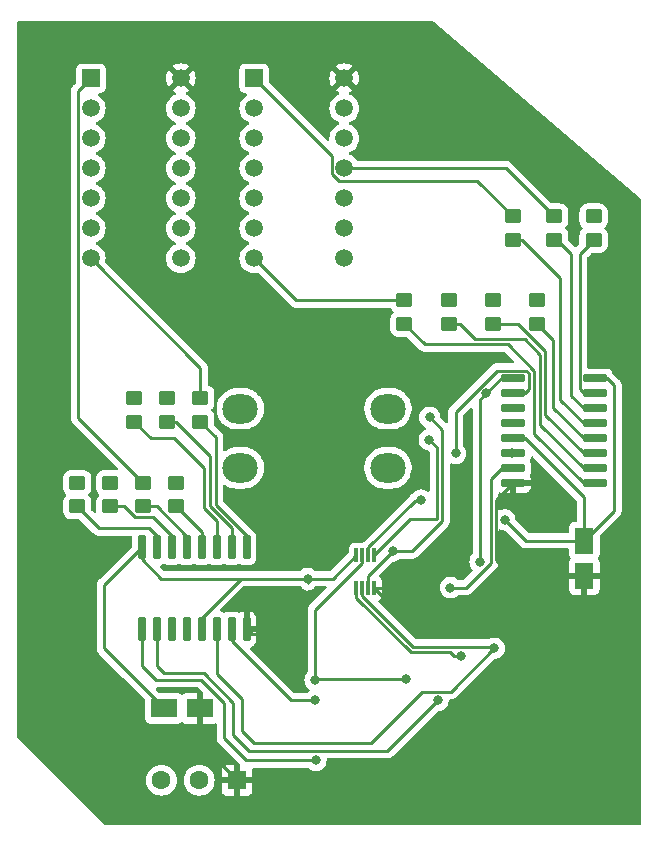
<source format=gbr>
%TF.GenerationSoftware,KiCad,Pcbnew,7.0.9*%
%TF.CreationDate,2023-12-30T23:58:47+01:00*%
%TF.ProjectId,Counter,436f756e-7465-4722-9e6b-696361645f70,rev?*%
%TF.SameCoordinates,Original*%
%TF.FileFunction,Copper,L1,Top*%
%TF.FilePolarity,Positive*%
%FSLAX46Y46*%
G04 Gerber Fmt 4.6, Leading zero omitted, Abs format (unit mm)*
G04 Created by KiCad (PCBNEW 7.0.9) date 2023-12-30 23:58:47*
%MOMM*%
%LPD*%
G01*
G04 APERTURE LIST*
G04 Aperture macros list*
%AMRoundRect*
0 Rectangle with rounded corners*
0 $1 Rounding radius*
0 $2 $3 $4 $5 $6 $7 $8 $9 X,Y pos of 4 corners*
0 Add a 4 corners polygon primitive as box body*
4,1,4,$2,$3,$4,$5,$6,$7,$8,$9,$2,$3,0*
0 Add four circle primitives for the rounded corners*
1,1,$1+$1,$2,$3*
1,1,$1+$1,$4,$5*
1,1,$1+$1,$6,$7*
1,1,$1+$1,$8,$9*
0 Add four rect primitives between the rounded corners*
20,1,$1+$1,$2,$3,$4,$5,0*
20,1,$1+$1,$4,$5,$6,$7,0*
20,1,$1+$1,$6,$7,$8,$9,0*
20,1,$1+$1,$8,$9,$2,$3,0*%
G04 Aperture macros list end*
%TA.AperFunction,SMDPad,CuDef*%
%ADD10RoundRect,0.250000X0.450000X-0.350000X0.450000X0.350000X-0.450000X0.350000X-0.450000X-0.350000X0*%
%TD*%
%TA.AperFunction,SMDPad,CuDef*%
%ADD11R,2.200000X1.600000*%
%TD*%
%TA.AperFunction,ComponentPad*%
%ADD12R,1.605000X1.605000*%
%TD*%
%TA.AperFunction,ComponentPad*%
%ADD13C,1.605000*%
%TD*%
%TA.AperFunction,ComponentPad*%
%ADD14R,1.500000X1.500000*%
%TD*%
%TA.AperFunction,ComponentPad*%
%ADD15C,1.500000*%
%TD*%
%TA.AperFunction,SMDPad,CuDef*%
%ADD16RoundRect,0.048800X-0.936200X-0.256200X0.936200X-0.256200X0.936200X0.256200X-0.936200X0.256200X0*%
%TD*%
%TA.AperFunction,ComponentPad*%
%ADD17O,3.000000X2.500000*%
%TD*%
%TA.AperFunction,SMDPad,CuDef*%
%ADD18R,1.600000X2.200000*%
%TD*%
%TA.AperFunction,SMDPad,CuDef*%
%ADD19RoundRect,0.008100X0.126900X-0.551900X0.126900X0.551900X-0.126900X0.551900X-0.126900X-0.551900X0*%
%TD*%
%TA.AperFunction,SMDPad,CuDef*%
%ADD20RoundRect,0.048800X0.256200X-0.936200X0.256200X0.936200X-0.256200X0.936200X-0.256200X-0.936200X0*%
%TD*%
%TA.AperFunction,ViaPad*%
%ADD21C,0.800000*%
%TD*%
%TA.AperFunction,Conductor*%
%ADD22C,0.250000*%
%TD*%
G04 APERTURE END LIST*
D10*
%TO.P,R6,1*%
%TO.N,Net-(U8-DRIVER_D)*%
X109476662Y-95120000D03*
%TO.P,R6,2*%
%TO.N,Net-(U3-D)*%
X109476662Y-93120000D03*
%TD*%
D11*
%TO.P,C3,1*%
%TO.N,/V_HIGH*%
X109220000Y-119380000D03*
%TO.P,C3,2*%
%TO.N,GND*%
X112220000Y-119380000D03*
%TD*%
D10*
%TO.P,R8,1*%
%TO.N,Net-(U8-DRIVER_F)*%
X101859735Y-102292315D03*
%TO.P,R8,2*%
%TO.N,Net-(U3-F)*%
X101859735Y-100292315D03*
%TD*%
%TO.P,R16,1*%
%TO.N,Net-(U9-DRIVER_G)*%
X142240000Y-79740000D03*
%TO.P,R16,2*%
%TO.N,Net-(U4-G)*%
X142240000Y-77740000D03*
%TD*%
D12*
%TO.P,SW2,1,A*%
%TO.N,GND*%
X115385455Y-125473931D03*
D13*
%TO.P,SW2,2,B*%
%TO.N,Net-(SW2-B)*%
X112185455Y-125473931D03*
%TO.P,SW2,3,C*%
%TO.N,unconnected-(SW2-C-Pad3)*%
X108985455Y-125473931D03*
%TD*%
D10*
%TO.P,R13,1*%
%TO.N,Net-(U9-DRIVER_D)*%
X133307174Y-86838199D03*
%TO.P,R13,2*%
%TO.N,Net-(U4-D)*%
X133307174Y-84838199D03*
%TD*%
D14*
%TO.P,U3,1,A*%
%TO.N,Net-(U3-A)*%
X103012500Y-66040000D03*
D15*
%TO.P,U3,2,F*%
%TO.N,Net-(U3-F)*%
X103012500Y-68580000D03*
%TO.P,U3,3,CA*%
%TO.N,unconnected-(U3-CA-Pad3)*%
X103012500Y-71120000D03*
%TO.P,U3,4,NC*%
%TO.N,unconnected-(U3-NC-Pad4)*%
X103012500Y-73660000D03*
%TO.P,U3,5,NC*%
%TO.N,unconnected-(U3-NC-Pad5)*%
X103012500Y-76200000D03*
%TO.P,U3,6,NC*%
%TO.N,unconnected-(U3-NC-Pad6)*%
X103012500Y-78740000D03*
%TO.P,U3,7,E*%
%TO.N,Net-(U3-E)*%
X103012500Y-81280000D03*
%TO.P,U3,8,D*%
%TO.N,Net-(U3-D)*%
X110632500Y-81280000D03*
%TO.P,U3,9,D.P.*%
%TO.N,unconnected-(U3-D.P.-Pad9)*%
X110632500Y-78740000D03*
%TO.P,U3,10,C*%
%TO.N,Net-(U3-C)*%
X110632500Y-76200000D03*
%TO.P,U3,11,G*%
%TO.N,Net-(U3-G)*%
X110632500Y-73660000D03*
%TO.P,U3,12,NC*%
%TO.N,unconnected-(U3-NC-Pad12)*%
X110632500Y-71120000D03*
%TO.P,U3,13,B*%
%TO.N,Net-(U3-B)*%
X110632500Y-68580000D03*
%TO.P,U3,14,CA*%
%TO.N,GND*%
X110632500Y-66040000D03*
%TD*%
D10*
%TO.P,R3,1*%
%TO.N,Net-(U8-DRIVER_A)*%
X107453067Y-102292315D03*
%TO.P,R3,2*%
%TO.N,Net-(U3-A)*%
X107453067Y-100292315D03*
%TD*%
%TO.P,R11,1*%
%TO.N,Net-(U9-DRIVER_B)*%
X140797572Y-86838199D03*
%TO.P,R11,2*%
%TO.N,Net-(U4-B)*%
X140797572Y-84838199D03*
%TD*%
%TO.P,R12,1*%
%TO.N,Net-(U9-DRIVER_C)*%
X137052373Y-86838199D03*
%TO.P,R12,2*%
%TO.N,Net-(U4-C)*%
X137052373Y-84838199D03*
%TD*%
%TO.P,R15,1*%
%TO.N,Net-(U9-DRIVER_F)*%
X145573731Y-79740000D03*
%TO.P,R15,2*%
%TO.N,Net-(U4-F)*%
X145573731Y-77740000D03*
%TD*%
D14*
%TO.P,U4,1,A*%
%TO.N,Net-(U4-A)*%
X116840000Y-66040000D03*
D15*
%TO.P,U4,2,F*%
%TO.N,Net-(U4-F)*%
X116840000Y-68580000D03*
%TO.P,U4,3,CA*%
%TO.N,unconnected-(U4-CA-Pad3)*%
X116840000Y-71120000D03*
%TO.P,U4,4,NC*%
%TO.N,unconnected-(U4-NC-Pad4)*%
X116840000Y-73660000D03*
%TO.P,U4,5,NC*%
%TO.N,unconnected-(U4-NC-Pad5)*%
X116840000Y-76200000D03*
%TO.P,U4,6,NC*%
%TO.N,unconnected-(U4-NC-Pad6)*%
X116840000Y-78740000D03*
%TO.P,U4,7,E*%
%TO.N,Net-(U4-E)*%
X116840000Y-81280000D03*
%TO.P,U4,8,D*%
%TO.N,Net-(U4-D)*%
X124460000Y-81280000D03*
%TO.P,U4,9,D.P.*%
%TO.N,unconnected-(U4-D.P.-Pad9)*%
X124460000Y-78740000D03*
%TO.P,U4,10,C*%
%TO.N,Net-(U4-C)*%
X124460000Y-76200000D03*
%TO.P,U4,11,G*%
%TO.N,Net-(U4-G)*%
X124460000Y-73660000D03*
%TO.P,U4,12,NC*%
%TO.N,unconnected-(U4-NC-Pad12)*%
X124460000Y-71120000D03*
%TO.P,U4,13,B*%
%TO.N,Net-(U4-B)*%
X124460000Y-68580000D03*
%TO.P,U4,14,CA*%
%TO.N,GND*%
X124460000Y-66040000D03*
%TD*%
D10*
%TO.P,R14,1*%
%TO.N,Net-(U9-DRIVER_E)*%
X129561975Y-86838199D03*
%TO.P,R14,2*%
%TO.N,Net-(U4-E)*%
X129561975Y-84838199D03*
%TD*%
D16*
%TO.P,U9,1,LATCH_B*%
%TO.N,/F*%
X138781137Y-91425009D03*
%TO.P,U9,2,LATCH_C*%
%TO.N,/G*%
X138781137Y-92695009D03*
%TO.P,U9,3,~{LT}*%
%TO.N,unconnected-(U9-~{LT}-Pad3)*%
X138781137Y-93965009D03*
%TO.P,U9,4,~{BL}*%
%TO.N,unconnected-(U9-~{BL}-Pad4)*%
X138781137Y-95235009D03*
%TO.P,U9,5,LE/~{STORE}*%
%TO.N,/V_HIGH*%
X138781137Y-96505009D03*
%TO.P,U9,6,LATCH_D*%
%TO.N,/H*%
X138781137Y-97775009D03*
%TO.P,U9,7,LATCH_A*%
%TO.N,/E*%
X138781137Y-99045009D03*
%TO.P,U9,8,VSS*%
%TO.N,GND*%
X138781137Y-100315009D03*
%TO.P,U9,9,DRIVER_E*%
%TO.N,Net-(U9-DRIVER_E)*%
X145711137Y-100315009D03*
%TO.P,U9,10,DRIVER_D*%
%TO.N,Net-(U9-DRIVER_D)*%
X145711137Y-99045009D03*
%TO.P,U9,11,DRIVER_C*%
%TO.N,Net-(U9-DRIVER_C)*%
X145711137Y-97775009D03*
%TO.P,U9,12,DRIVER_B*%
%TO.N,Net-(U9-DRIVER_B)*%
X145711137Y-96505009D03*
%TO.P,U9,13,DRIVER_A*%
%TO.N,Net-(U9-DRIVER_A)*%
X145711137Y-95235009D03*
%TO.P,U9,14,DRIVER_G*%
%TO.N,Net-(U9-DRIVER_G)*%
X145711137Y-93965009D03*
%TO.P,U9,15,DRIVER_F*%
%TO.N,Net-(U9-DRIVER_F)*%
X145711137Y-92695009D03*
%TO.P,U9,16,VDD*%
%TO.N,/V_HIGH*%
X145711137Y-91425009D03*
%TD*%
D17*
%TO.P,SW1,1,1*%
%TO.N,+3.3V*%
X115670000Y-94020000D03*
X128170000Y-94020000D03*
%TO.P,SW1,2,2*%
%TO.N,Net-(R1-Pad1)*%
X115670000Y-99020000D03*
X128170000Y-99020000D03*
%TD*%
D10*
%TO.P,R9,1*%
%TO.N,Net-(U8-DRIVER_G)*%
X104656401Y-102292315D03*
%TO.P,R9,2*%
%TO.N,Net-(U3-G)*%
X104656401Y-100292315D03*
%TD*%
D18*
%TO.P,C4,1*%
%TO.N,/V_HIGH*%
X144780000Y-105180000D03*
%TO.P,C4,2*%
%TO.N,GND*%
X144780000Y-108180000D03*
%TD*%
D19*
%TO.P,U5,1,1A*%
%TO.N,/B*%
X125500000Y-109220000D03*
%TO.P,U5,2,1B*%
%TO.N,/D*%
X126000000Y-109220000D03*
%TO.P,U5,3,2Y*%
%TO.N,/RESET_2*%
X126500000Y-109220000D03*
%TO.P,U5,4,GND*%
%TO.N,GND*%
X127000000Y-109220000D03*
%TO.P,U5,5,2A*%
%TO.N,/G*%
X127000000Y-106410000D03*
%TO.P,U5,6,2B*%
%TO.N,/H*%
X126500000Y-106410000D03*
%TO.P,U5,7,1Y*%
%TO.N,/RESET_1*%
X126000000Y-106410000D03*
%TO.P,U5,8,VCC*%
%TO.N,/V_HIGH*%
X125500000Y-106410000D03*
%TD*%
D20*
%TO.P,U8,1,LATCH_B*%
%TO.N,/B*%
X107315000Y-112685000D03*
%TO.P,U8,2,LATCH_C*%
%TO.N,/C*%
X108585000Y-112685000D03*
%TO.P,U8,3,~{LT}*%
%TO.N,unconnected-(U8-~{LT}-Pad3)*%
X109855000Y-112685000D03*
%TO.P,U8,4,~{BL}*%
%TO.N,unconnected-(U8-~{BL}-Pad4)*%
X111125000Y-112685000D03*
%TO.P,U8,5,LE/~{STORE}*%
%TO.N,/V_HIGH*%
X112395000Y-112685000D03*
%TO.P,U8,6,LATCH_D*%
%TO.N,/D*%
X113665000Y-112685000D03*
%TO.P,U8,7,LATCH_A*%
%TO.N,/A*%
X114935000Y-112685000D03*
%TO.P,U8,8,VSS*%
%TO.N,GND*%
X116205000Y-112685000D03*
%TO.P,U8,9,DRIVER_E*%
%TO.N,Net-(U8-DRIVER_E)*%
X116205000Y-105755000D03*
%TO.P,U8,10,DRIVER_D*%
%TO.N,Net-(U8-DRIVER_D)*%
X114935000Y-105755000D03*
%TO.P,U8,11,DRIVER_C*%
%TO.N,Net-(U8-DRIVER_C)*%
X113665000Y-105755000D03*
%TO.P,U8,12,DRIVER_B*%
%TO.N,Net-(U8-DRIVER_B)*%
X112395000Y-105755000D03*
%TO.P,U8,13,DRIVER_A*%
%TO.N,Net-(U8-DRIVER_A)*%
X111125000Y-105755000D03*
%TO.P,U8,14,DRIVER_G*%
%TO.N,Net-(U8-DRIVER_G)*%
X109855000Y-105755000D03*
%TO.P,U8,15,DRIVER_F*%
%TO.N,Net-(U8-DRIVER_F)*%
X108585000Y-105755000D03*
%TO.P,U8,16,VDD*%
%TO.N,/V_HIGH*%
X107315000Y-105755000D03*
%TD*%
D10*
%TO.P,R4,1*%
%TO.N,Net-(U8-DRIVER_B)*%
X110249733Y-102292315D03*
%TO.P,R4,2*%
%TO.N,Net-(U3-B)*%
X110249733Y-100292315D03*
%TD*%
%TO.P,R5,1*%
%TO.N,Net-(U8-DRIVER_C)*%
X106679996Y-95120000D03*
%TO.P,R5,2*%
%TO.N,Net-(U3-C)*%
X106679996Y-93120000D03*
%TD*%
%TO.P,R7,1*%
%TO.N,Net-(U8-DRIVER_E)*%
X112273332Y-95120000D03*
%TO.P,R7,2*%
%TO.N,Net-(U3-E)*%
X112273332Y-93120000D03*
%TD*%
%TO.P,R10,1*%
%TO.N,Net-(U9-DRIVER_A)*%
X138747519Y-79740000D03*
%TO.P,R10,2*%
%TO.N,Net-(U4-A)*%
X138747519Y-77740000D03*
%TD*%
D21*
%TO.N,/H*%
X130975371Y-101751060D03*
X138686683Y-97763204D03*
%TO.N,GND*%
X119359830Y-113102107D03*
X133470885Y-112955752D03*
X139700000Y-109220000D03*
%TO.N,/V_HIGH*%
X138057709Y-103416510D03*
X121375800Y-108391559D03*
%TO.N,Net-(U3-B)*%
X110418834Y-100185684D03*
%TO.N,Net-(U3-C)*%
X106721799Y-93310497D03*
%TO.N,Net-(U3-D)*%
X109445930Y-93180776D03*
%TO.N,Net-(U3-F)*%
X101922140Y-100250545D03*
%TO.N,Net-(U3-G)*%
X104840852Y-100315405D03*
%TO.N,Net-(U4-B)*%
X140878334Y-84787718D03*
%TO.N,Net-(U4-C)*%
X136933587Y-84846594D03*
%TO.N,Net-(U4-D)*%
X133342102Y-84846594D03*
%TO.N,Net-(U4-F)*%
X145562893Y-77771115D03*
%TO.N,/A*%
X121989412Y-118706307D03*
%TO.N,/B*%
X134390802Y-114949343D03*
X122060995Y-123789825D03*
%TO.N,/RESET_1*%
X129673635Y-116868808D03*
X121989578Y-116969035D03*
%TO.N,/C*%
X132390312Y-118714421D03*
%TO.N,/D*%
X137160000Y-114300000D03*
%TO.N,/RESET_2*%
X131705044Y-94744220D03*
X128571140Y-106077718D03*
%TO.N,/G*%
X133891400Y-97802605D03*
X131660300Y-96635343D03*
%TO.N,/E*%
X133451409Y-109160580D03*
%TO.N,/F*%
X136500812Y-92716660D03*
X135962892Y-106973968D03*
%TD*%
D22*
%TO.N,/H*%
X130935483Y-101790948D02*
X130468952Y-101790948D01*
X130975371Y-101751060D02*
X130935483Y-101790948D01*
X131015259Y-101790948D02*
X130975371Y-101751060D01*
%TO.N,GND*%
X133470885Y-112955752D02*
X133470885Y-112940827D01*
X133485810Y-112955752D02*
X133470885Y-112955752D01*
X115023931Y-125473931D02*
X115385455Y-125473931D01*
X130735752Y-112955752D02*
X127000000Y-109220000D01*
X116622107Y-113102107D02*
X116205000Y-112685000D01*
X112220000Y-122308476D02*
X115385455Y-125473931D01*
X133486647Y-112956589D02*
X133485810Y-112955752D01*
X137332709Y-101763437D02*
X137332709Y-106852709D01*
X138781137Y-100315009D02*
X137332709Y-101763437D01*
X144780000Y-108180000D02*
X140740000Y-108180000D01*
X119359830Y-113102107D02*
X116622107Y-113102107D01*
X139700000Y-109220000D02*
X135964248Y-112955752D01*
X137332709Y-106852709D02*
X139700000Y-109220000D01*
X140740000Y-108180000D02*
X139700000Y-109220000D01*
X133470885Y-112955752D02*
X130735752Y-112955752D01*
X135964248Y-112955752D02*
X133470885Y-112955752D01*
X112220000Y-119380000D02*
X112220000Y-122308476D01*
%TO.N,/V_HIGH*%
X146696136Y-91425009D02*
X147320000Y-92048873D01*
X147320000Y-92048873D02*
X147320000Y-102640000D01*
X107315000Y-106739999D02*
X107315000Y-105755000D01*
X139821199Y-105180000D02*
X138057709Y-103416510D01*
X115703442Y-108391559D02*
X108966560Y-108391559D01*
X121375800Y-108391559D02*
X123518441Y-108391559D01*
X123518441Y-108391559D02*
X125500000Y-106410000D01*
X104140000Y-108930000D02*
X107315000Y-105755000D01*
X144780000Y-101518873D02*
X139766136Y-96505009D01*
X109220000Y-119380000D02*
X104140000Y-114300000D01*
X147320000Y-102640000D02*
X144780000Y-105180000D01*
X139766136Y-96505009D02*
X138781137Y-96505009D01*
X112395000Y-111700001D02*
X112395000Y-112685000D01*
X144780000Y-105180000D02*
X139821199Y-105180000D01*
X121375800Y-108391559D02*
X121375800Y-108784200D01*
X121375800Y-108391559D02*
X115703442Y-108391559D01*
X144780000Y-105180000D02*
X144780000Y-101518873D01*
X108966560Y-108391559D02*
X107315000Y-106739999D01*
X115703442Y-108391559D02*
X112395000Y-111700001D01*
X104140000Y-114300000D02*
X104140000Y-108930000D01*
X145711137Y-91425009D02*
X146696136Y-91425009D01*
%TO.N,Net-(U8-DRIVER_A)*%
X108629633Y-102292315D02*
X107453067Y-102292315D01*
X111107319Y-104770001D02*
X108629633Y-102292315D01*
X111125000Y-104770001D02*
X111107319Y-104770001D01*
X111125000Y-105755000D02*
X111125000Y-104770001D01*
%TO.N,Net-(U3-A)*%
X101937500Y-94776748D02*
X107453067Y-100292315D01*
X103012500Y-66040000D02*
X101937500Y-67115000D01*
X101937500Y-67115000D02*
X101937500Y-94776748D01*
%TO.N,Net-(U8-DRIVER_B)*%
X112395000Y-104437582D02*
X110249733Y-102292315D01*
X112395000Y-105755000D02*
X112395000Y-104437582D01*
%TO.N,Net-(U8-DRIVER_C)*%
X113665000Y-103502793D02*
X112612848Y-102450641D01*
X110054077Y-96501229D02*
X108061225Y-96501229D01*
X112612848Y-99060000D02*
X110054077Y-96501229D01*
X113665000Y-105755000D02*
X113665000Y-103502793D01*
X108061225Y-96501229D02*
X106679996Y-95120000D01*
X112612848Y-102450641D02*
X112612848Y-99060000D01*
%TO.N,Net-(U8-DRIVER_D)*%
X110187152Y-95120000D02*
X109476662Y-95120000D01*
X113062848Y-102264245D02*
X113062848Y-97995696D01*
X114935000Y-104136397D02*
X113062848Y-102264245D01*
X114935000Y-105755000D02*
X114935000Y-104136397D01*
X113062848Y-97995696D02*
X110187152Y-95120000D01*
%TO.N,Net-(U8-DRIVER_E)*%
X113590307Y-102155308D02*
X113590307Y-96436975D01*
X116205000Y-104770001D02*
X113590307Y-102155308D01*
X116205000Y-105755000D02*
X116205000Y-104770001D01*
X113590307Y-96436975D02*
X112273332Y-95120000D01*
%TO.N,Net-(U3-E)*%
X112273332Y-93120000D02*
X112273332Y-90540832D01*
X112273332Y-90540832D02*
X103012500Y-81280000D01*
%TO.N,Net-(U8-DRIVER_F)*%
X107954999Y-104140000D02*
X103707420Y-104140000D01*
X108585000Y-104770001D02*
X107954999Y-104140000D01*
X103707420Y-104140000D02*
X101859735Y-102292315D01*
X108585000Y-105755000D02*
X108585000Y-104770001D01*
%TO.N,Net-(U8-DRIVER_G)*%
X108302314Y-103217315D02*
X106757967Y-103217315D01*
X106757967Y-103217315D02*
X105832967Y-102292315D01*
X105832967Y-102292315D02*
X104656401Y-102292315D01*
X109855000Y-104770001D02*
X108302314Y-103217315D01*
X109855000Y-105755000D02*
X109855000Y-104770001D01*
%TO.N,Net-(U9-DRIVER_A)*%
X144726138Y-95235009D02*
X142768923Y-93277794D01*
X142768923Y-82973217D02*
X139535706Y-79740000D01*
X139535706Y-79740000D02*
X138747519Y-79740000D01*
X145711137Y-95235009D02*
X144726138Y-95235009D01*
X142768923Y-93277794D02*
X142768923Y-82973217D01*
%TO.N,Net-(U4-A)*%
X135742519Y-74735000D02*
X124014720Y-74735000D01*
X138747519Y-77740000D02*
X135742519Y-74735000D01*
X123385000Y-72585000D02*
X116840000Y-66040000D01*
X124014720Y-74735000D02*
X123385000Y-74105280D01*
X123385000Y-74105280D02*
X123385000Y-72585000D01*
%TO.N,Net-(U9-DRIVER_B)*%
X145711137Y-96505009D02*
X144726138Y-96505009D01*
X142133901Y-93912772D02*
X142133901Y-88174528D01*
X142133901Y-88174528D02*
X140797572Y-86838199D01*
X144726138Y-96505009D02*
X142133901Y-93912772D01*
%TO.N,Net-(U9-DRIVER_C)*%
X145711137Y-97775009D02*
X144726138Y-97775009D01*
X144726138Y-97775009D02*
X141498879Y-94547750D01*
X141498879Y-94547750D02*
X141498879Y-89164679D01*
X139172399Y-86838199D02*
X137052373Y-86838199D01*
X141498879Y-89164679D02*
X139172399Y-86838199D01*
%TO.N,Net-(U9-DRIVER_D)*%
X135519091Y-88106309D02*
X134250981Y-86838199D01*
X141048879Y-89429271D02*
X139725917Y-88106309D01*
X144726138Y-99045009D02*
X141048879Y-95367750D01*
X134250981Y-86838199D02*
X133307174Y-86838199D01*
X139725917Y-88106309D02*
X135519091Y-88106309D01*
X145711137Y-99045009D02*
X144726138Y-99045009D01*
X141048879Y-95367750D02*
X141048879Y-89429271D01*
%TO.N,Net-(U9-DRIVER_E)*%
X144726138Y-100315009D02*
X140546347Y-96135218D01*
X140546347Y-90805152D02*
X138297504Y-88556309D01*
X138297504Y-88556309D02*
X131280085Y-88556309D01*
X131280085Y-88556309D02*
X129561975Y-86838199D01*
X145711137Y-100315009D02*
X144726138Y-100315009D01*
X140546347Y-96135218D02*
X140546347Y-90805152D01*
%TO.N,Net-(U4-E)*%
X129561975Y-84838199D02*
X120398199Y-84838199D01*
X120398199Y-84838199D02*
X116840000Y-81280000D01*
%TO.N,Net-(U9-DRIVER_F)*%
X145711137Y-92695009D02*
X144726138Y-92695009D01*
X144726138Y-92695009D02*
X144401137Y-92370008D01*
X144401137Y-80912594D02*
X145573731Y-79740000D01*
X144401137Y-92370008D02*
X144401137Y-80912594D01*
%TO.N,Net-(U9-DRIVER_G)*%
X143668537Y-80909396D02*
X142499141Y-79740000D01*
X145711137Y-93965009D02*
X144726138Y-93965009D01*
X142499141Y-79740000D02*
X142240000Y-79740000D01*
X143668537Y-92907408D02*
X143668537Y-80909396D01*
X144726138Y-93965009D02*
X143668537Y-92907408D01*
%TO.N,Net-(U4-G)*%
X138160000Y-73660000D02*
X124460000Y-73660000D01*
X142240000Y-77740000D02*
X138160000Y-73660000D01*
%TO.N,/A*%
X121989412Y-118706307D02*
X119971308Y-118706307D01*
X119971308Y-118706307D02*
X114935000Y-113669999D01*
X114935000Y-113669999D02*
X114935000Y-112685000D01*
%TO.N,/B*%
X122060995Y-123789825D02*
X116169825Y-123789825D01*
X114300000Y-118910000D02*
X112363035Y-116973035D01*
X114300000Y-121920000D02*
X114300000Y-118910000D01*
X108512306Y-116973035D02*
X107315000Y-115775729D01*
X134390802Y-114949343D02*
X133772219Y-114949343D01*
X107315000Y-115775729D02*
X107315000Y-112685000D01*
X116169825Y-123789825D02*
X114300000Y-121920000D01*
X112363035Y-116973035D02*
X108512306Y-116973035D01*
X133772219Y-114949343D02*
X133422384Y-114599508D01*
X125500000Y-109220000D02*
X125500000Y-110006496D01*
X130093012Y-114599508D02*
X133422384Y-114599508D01*
X125500000Y-110006496D02*
X130093012Y-114599508D01*
%TO.N,/RESET_1*%
X122089805Y-116868808D02*
X121989578Y-116969035D01*
X129673635Y-116868808D02*
X122089805Y-116868808D01*
X121989578Y-111070522D02*
X121989578Y-116969035D01*
X126000000Y-107060100D02*
X121989578Y-111070522D01*
X126000000Y-106410000D02*
X126000000Y-107060100D01*
%TO.N,/C*%
X116399790Y-122981055D02*
X115067299Y-121648564D01*
X115067299Y-121648564D02*
X115067299Y-118912128D01*
X132390312Y-118714421D02*
X128123678Y-122981055D01*
X109216233Y-116419043D02*
X108585000Y-115787810D01*
X128123678Y-122981055D02*
X116399790Y-122981055D01*
X112574214Y-116419043D02*
X109216233Y-116419043D01*
X108585000Y-115787810D02*
X108585000Y-112685000D01*
X115067299Y-118912128D02*
X112574214Y-116419043D01*
%TO.N,/D*%
X116798412Y-122313662D02*
X115806188Y-121321438D01*
X115806188Y-118602043D02*
X113665000Y-116460855D01*
X137160000Y-114300000D02*
X137009508Y-114149508D01*
X137160000Y-114300000D02*
X133470579Y-117989421D01*
X126000000Y-109870100D02*
X126000000Y-109220000D01*
X137009508Y-114149508D02*
X130279408Y-114149508D01*
X113665000Y-116460855D02*
X113665000Y-112685000D01*
X131019470Y-117989421D02*
X126695229Y-122313662D01*
X126695229Y-122313662D02*
X116798412Y-122313662D01*
X115806188Y-121321438D02*
X115806188Y-118602043D01*
X130279408Y-114149508D02*
X126000000Y-109870100D01*
X133470579Y-117989421D02*
X131019470Y-117989421D01*
%TO.N,/RESET_2*%
X126500000Y-109220000D02*
X126500000Y-108148858D01*
X130232841Y-106077718D02*
X128571140Y-106077718D01*
X126500000Y-108148858D02*
X128571140Y-106077718D01*
X131705044Y-94744220D02*
X132763695Y-95802871D01*
X132763695Y-103546864D02*
X130232841Y-106077718D01*
X132763695Y-95802871D02*
X132763695Y-103546864D01*
%TO.N,/G*%
X132313695Y-97288738D02*
X132313695Y-103360468D01*
X139873523Y-90795009D02*
X140091137Y-91012623D01*
X137397158Y-90795009D02*
X139873523Y-90795009D01*
X139766136Y-92695009D02*
X138781137Y-92695009D01*
X133891400Y-97802605D02*
X133891400Y-94300767D01*
X132313695Y-103360468D02*
X130049532Y-103360468D01*
X131660300Y-96635343D02*
X132313695Y-97288738D01*
X130049532Y-103360468D02*
X127000000Y-106410000D01*
X140091137Y-92370008D02*
X139766136Y-92695009D01*
X133891400Y-94300767D02*
X137397158Y-90795009D01*
X140091137Y-91012623D02*
X140091137Y-92370008D01*
%TO.N,/H*%
X126500000Y-105759900D02*
X126500000Y-106410000D01*
X130468952Y-101790948D02*
X126500000Y-105759900D01*
%TO.N,/E*%
X137796138Y-99045009D02*
X136882709Y-99958438D01*
X138781137Y-99045009D02*
X137796138Y-99045009D01*
X136882709Y-107079456D02*
X134801585Y-109160580D01*
X136882709Y-99958438D02*
X136882709Y-107079456D01*
X134801585Y-109160580D02*
X133451409Y-109160580D01*
%TO.N,/F*%
X137792463Y-91425009D02*
X136500812Y-92716660D01*
X138781137Y-91425009D02*
X137792463Y-91425009D01*
X135962892Y-106973968D02*
X135962892Y-93254580D01*
X135962892Y-93254580D02*
X136500812Y-92716660D01*
%TD*%
%TA.AperFunction,Conductor*%
%TO.N,GND*%
G36*
X120739091Y-109036744D02*
G01*
X120764200Y-109058085D01*
X120769930Y-109064449D01*
X120830972Y-109108798D01*
X120858403Y-109136228D01*
X120916206Y-109215787D01*
X120946021Y-109240452D01*
X121037978Y-109316525D01*
X121077909Y-109335315D01*
X121180974Y-109383814D01*
X121336212Y-109413427D01*
X121493938Y-109403504D01*
X121644241Y-109354667D01*
X121777677Y-109269986D01*
X121885862Y-109154782D01*
X121891478Y-109144564D01*
X121927254Y-109103982D01*
X121981671Y-109064447D01*
X121987396Y-109058089D01*
X122046882Y-109021439D01*
X122079548Y-109017059D01*
X122859088Y-109017059D01*
X122926127Y-109036744D01*
X122971882Y-109089548D01*
X122981826Y-109158706D01*
X122952801Y-109222262D01*
X122946769Y-109228740D01*
X121605786Y-110569721D01*
X121593529Y-110579542D01*
X121593712Y-110579763D01*
X121587701Y-110584735D01*
X121540350Y-110635158D01*
X121519467Y-110656041D01*
X121519455Y-110656054D01*
X121515199Y-110661539D01*
X121511415Y-110665969D01*
X121479515Y-110699940D01*
X121479514Y-110699942D01*
X121469862Y-110717498D01*
X121459188Y-110733748D01*
X121446907Y-110749583D01*
X121446902Y-110749590D01*
X121428393Y-110792360D01*
X121425823Y-110797606D01*
X121403381Y-110838428D01*
X121398400Y-110857829D01*
X121392099Y-110876232D01*
X121384140Y-110894624D01*
X121384139Y-110894627D01*
X121376849Y-110940649D01*
X121375665Y-110946368D01*
X121364079Y-110991494D01*
X121364078Y-110991504D01*
X121364078Y-111011538D01*
X121362551Y-111030937D01*
X121359418Y-111050716D01*
X121359418Y-111050717D01*
X121363803Y-111097105D01*
X121364078Y-111102943D01*
X121364078Y-116270347D01*
X121344393Y-116337386D01*
X121332228Y-116353319D01*
X121257044Y-116436819D01*
X121162399Y-116600750D01*
X121162396Y-116600757D01*
X121103905Y-116780775D01*
X121103904Y-116780779D01*
X121084118Y-116969035D01*
X121103904Y-117157291D01*
X121103905Y-117157294D01*
X121162396Y-117337312D01*
X121162399Y-117337319D01*
X121257045Y-117501251D01*
X121333550Y-117586218D01*
X121383707Y-117641923D01*
X121514971Y-117737292D01*
X121557637Y-117792622D01*
X121563616Y-117862235D01*
X121531010Y-117924030D01*
X121514972Y-117937928D01*
X121383538Y-118033421D01*
X121377812Y-118039781D01*
X121318325Y-118076428D01*
X121285664Y-118080807D01*
X120281760Y-118080807D01*
X120214721Y-118061122D01*
X120194079Y-118044488D01*
X116519760Y-114370169D01*
X116486275Y-114308846D01*
X116491259Y-114239154D01*
X116533131Y-114183221D01*
X116584928Y-114162472D01*
X116584647Y-114161358D01*
X116592354Y-114159409D01*
X116732703Y-114104063D01*
X116852909Y-114012909D01*
X116944063Y-113892703D01*
X116999409Y-113752356D01*
X116999409Y-113752355D01*
X117010000Y-113664167D01*
X117010000Y-112935000D01*
X116079000Y-112935000D01*
X116011961Y-112915315D01*
X115966206Y-112862511D01*
X115955000Y-112811000D01*
X115955000Y-111200000D01*
X116455000Y-111200000D01*
X116455000Y-112435000D01*
X117009999Y-112435000D01*
X117009999Y-111705840D01*
X116999409Y-111617643D01*
X116944063Y-111477296D01*
X116852909Y-111357090D01*
X116732703Y-111265936D01*
X116592355Y-111210590D01*
X116504168Y-111200000D01*
X116455000Y-111200000D01*
X115955000Y-111200000D01*
X115954999Y-111199999D01*
X115905839Y-111200000D01*
X115817643Y-111210590D01*
X115677297Y-111265936D01*
X115645334Y-111290173D01*
X115580022Y-111314994D01*
X115511658Y-111300564D01*
X115495492Y-111290175D01*
X115471070Y-111271655D01*
X115462947Y-111265495D01*
X115322475Y-111210100D01*
X115234201Y-111199500D01*
X114635806Y-111199500D01*
X114547522Y-111210101D01*
X114547519Y-111210102D01*
X114407055Y-111265494D01*
X114407050Y-111265497D01*
X114374923Y-111289859D01*
X114309611Y-111314681D01*
X114241248Y-111300252D01*
X114225077Y-111289859D01*
X114192949Y-111265497D01*
X114192950Y-111265497D01*
X114192948Y-111265496D01*
X114192946Y-111265495D01*
X114192944Y-111265494D01*
X114052481Y-111210102D01*
X114044772Y-111208154D01*
X114045125Y-111206756D01*
X113988884Y-111182633D01*
X113949756Y-111124747D01*
X113948134Y-111054897D01*
X113980207Y-110999382D01*
X115926213Y-109053378D01*
X115987536Y-109019893D01*
X116013894Y-109017059D01*
X120672052Y-109017059D01*
X120739091Y-109036744D01*
G37*
%TD.AperFunction*%
%TA.AperFunction,Conductor*%
G36*
X140466756Y-98090219D02*
G01*
X144118181Y-101741644D01*
X144151666Y-101802967D01*
X144154500Y-101829325D01*
X144154500Y-103455500D01*
X144134815Y-103522539D01*
X144082011Y-103568294D01*
X144030501Y-103579500D01*
X143932130Y-103579500D01*
X143932123Y-103579501D01*
X143872516Y-103585908D01*
X143737671Y-103636202D01*
X143737664Y-103636206D01*
X143622455Y-103722452D01*
X143622452Y-103722455D01*
X143536206Y-103837664D01*
X143536202Y-103837671D01*
X143485908Y-103972517D01*
X143479501Y-104032116D01*
X143479500Y-104032135D01*
X143479500Y-104430500D01*
X143459815Y-104497539D01*
X143407011Y-104543294D01*
X143355500Y-104554500D01*
X140131652Y-104554500D01*
X140064613Y-104534815D01*
X140043971Y-104518181D01*
X138996669Y-103470879D01*
X138963184Y-103409556D01*
X138961032Y-103396178D01*
X138943383Y-103228254D01*
X138884888Y-103048226D01*
X138790242Y-102884294D01*
X138663580Y-102743622D01*
X138629717Y-102719019D01*
X138510443Y-102632361D01*
X138510438Y-102632358D01*
X138337516Y-102555367D01*
X138337511Y-102555365D01*
X138163133Y-102518301D01*
X138152355Y-102516010D01*
X137963063Y-102516010D01*
X137952285Y-102518301D01*
X137777906Y-102555365D01*
X137777901Y-102555367D01*
X137682645Y-102597779D01*
X137613395Y-102607064D01*
X137550118Y-102577436D01*
X137512905Y-102518301D01*
X137508209Y-102484500D01*
X137508209Y-101210544D01*
X137527894Y-101143505D01*
X137580698Y-101097750D01*
X137649856Y-101087806D01*
X137677700Y-101095190D01*
X137713776Y-101109417D01*
X137713781Y-101109418D01*
X137801969Y-101120008D01*
X138531136Y-101120008D01*
X138531137Y-101120007D01*
X138531137Y-100565009D01*
X139031137Y-100565009D01*
X139031137Y-101120008D01*
X139760297Y-101120008D01*
X139848493Y-101109418D01*
X139988840Y-101054072D01*
X140109046Y-100962918D01*
X140200200Y-100842712D01*
X140255546Y-100702365D01*
X140255546Y-100702364D01*
X140266137Y-100614176D01*
X140266137Y-100565009D01*
X139031137Y-100565009D01*
X138531137Y-100565009D01*
X138531137Y-100189009D01*
X138550822Y-100121970D01*
X138603626Y-100076215D01*
X138655137Y-100065009D01*
X140266136Y-100065009D01*
X140266136Y-100015849D01*
X140255546Y-99927652D01*
X140200201Y-99787307D01*
X140175965Y-99755347D01*
X140151142Y-99690035D01*
X140165570Y-99621671D01*
X140175966Y-99605496D01*
X140200640Y-99572958D01*
X140200639Y-99572958D01*
X140200641Y-99572957D01*
X140256036Y-99432486D01*
X140266637Y-99344210D01*
X140266636Y-98745809D01*
X140256036Y-98657532D01*
X140200641Y-98517061D01*
X140200640Y-98517060D01*
X140200640Y-98517059D01*
X140176279Y-98484935D01*
X140151455Y-98419624D01*
X140165882Y-98351260D01*
X140176279Y-98335083D01*
X140200640Y-98302958D01*
X140200639Y-98302958D01*
X140200641Y-98302957D01*
X140256036Y-98162486D01*
X140256036Y-98162480D01*
X140257983Y-98154781D01*
X140259383Y-98155134D01*
X140283493Y-98098905D01*
X140341375Y-98059770D01*
X140411225Y-98058140D01*
X140466756Y-98090219D01*
G37*
%TD.AperFunction*%
%TA.AperFunction,Conductor*%
G36*
X132008502Y-61230185D02*
G01*
X132022161Y-61240352D01*
X149566198Y-76278097D01*
X149604288Y-76336672D01*
X149609500Y-76372245D01*
X149609500Y-129165500D01*
X149589815Y-129232539D01*
X149537011Y-129278294D01*
X149485500Y-129289500D01*
X104295122Y-129289500D01*
X104228083Y-129269815D01*
X104207441Y-129253181D01*
X100428192Y-125473932D01*
X107677478Y-125473932D01*
X107697348Y-125701053D01*
X107697349Y-125701060D01*
X107756357Y-125921280D01*
X107756358Y-125921282D01*
X107756359Y-125921285D01*
X107778727Y-125969253D01*
X107852714Y-126127920D01*
X107852716Y-126127924D01*
X107983482Y-126314677D01*
X107983487Y-126314683D01*
X108144702Y-126475898D01*
X108144708Y-126475903D01*
X108331461Y-126606669D01*
X108331463Y-126606670D01*
X108331466Y-126606672D01*
X108538101Y-126703027D01*
X108758327Y-126762037D01*
X108920561Y-126776230D01*
X108985453Y-126781908D01*
X108985455Y-126781908D01*
X108985457Y-126781908D01*
X109048069Y-126776430D01*
X109212583Y-126762037D01*
X109432809Y-126703027D01*
X109639444Y-126606672D01*
X109826206Y-126475900D01*
X109987424Y-126314682D01*
X110118196Y-126127920D01*
X110214551Y-125921285D01*
X110273561Y-125701059D01*
X110293432Y-125473932D01*
X110877478Y-125473932D01*
X110897348Y-125701053D01*
X110897349Y-125701060D01*
X110956357Y-125921280D01*
X110956358Y-125921282D01*
X110956359Y-125921285D01*
X110978727Y-125969253D01*
X111052714Y-126127920D01*
X111052716Y-126127924D01*
X111183482Y-126314677D01*
X111183487Y-126314683D01*
X111344702Y-126475898D01*
X111344708Y-126475903D01*
X111531461Y-126606669D01*
X111531463Y-126606670D01*
X111531466Y-126606672D01*
X111738101Y-126703027D01*
X111958327Y-126762037D01*
X112120561Y-126776230D01*
X112185453Y-126781908D01*
X112185455Y-126781908D01*
X112185457Y-126781908D01*
X112248069Y-126776430D01*
X112412583Y-126762037D01*
X112632809Y-126703027D01*
X112839444Y-126606672D01*
X113026206Y-126475900D01*
X113187424Y-126314682D01*
X113318196Y-126127920D01*
X113414551Y-125921285D01*
X113473561Y-125701059D01*
X113493432Y-125473931D01*
X113473561Y-125246803D01*
X113414551Y-125026577D01*
X113318196Y-124819943D01*
X113187424Y-124633180D01*
X113026206Y-124471962D01*
X113026202Y-124471959D01*
X113026201Y-124471958D01*
X112839448Y-124341192D01*
X112839444Y-124341190D01*
X112820804Y-124332498D01*
X112632809Y-124244835D01*
X112632806Y-124244834D01*
X112632804Y-124244833D01*
X112412584Y-124185825D01*
X112412577Y-124185824D01*
X112185457Y-124165954D01*
X112185453Y-124165954D01*
X111958332Y-124185824D01*
X111958325Y-124185825D01*
X111738097Y-124244836D01*
X111531468Y-124341189D01*
X111531466Y-124341190D01*
X111344701Y-124471963D01*
X111183487Y-124633177D01*
X111052714Y-124819942D01*
X111052713Y-124819944D01*
X110956360Y-125026573D01*
X110897349Y-125246801D01*
X110897348Y-125246808D01*
X110877478Y-125473929D01*
X110877478Y-125473932D01*
X110293432Y-125473932D01*
X110293432Y-125473931D01*
X110273561Y-125246803D01*
X110214551Y-125026577D01*
X110118196Y-124819943D01*
X109987424Y-124633180D01*
X109826206Y-124471962D01*
X109826202Y-124471959D01*
X109826201Y-124471958D01*
X109639448Y-124341192D01*
X109639444Y-124341190D01*
X109620804Y-124332498D01*
X109432809Y-124244835D01*
X109432806Y-124244834D01*
X109432804Y-124244833D01*
X109212584Y-124185825D01*
X109212577Y-124185824D01*
X108985457Y-124165954D01*
X108985453Y-124165954D01*
X108758332Y-124185824D01*
X108758325Y-124185825D01*
X108538097Y-124244836D01*
X108331468Y-124341189D01*
X108331466Y-124341190D01*
X108144701Y-124471963D01*
X107983487Y-124633177D01*
X107852714Y-124819942D01*
X107852713Y-124819944D01*
X107756360Y-125026573D01*
X107697349Y-125246801D01*
X107697348Y-125246808D01*
X107677478Y-125473929D01*
X107677478Y-125473932D01*
X100428192Y-125473932D01*
X96806819Y-121852559D01*
X96773334Y-121791236D01*
X96770500Y-121764878D01*
X96770500Y-102692316D01*
X100659235Y-102692316D01*
X100659236Y-102692334D01*
X100669735Y-102795111D01*
X100669736Y-102795114D01*
X100710513Y-102918169D01*
X100724921Y-102961649D01*
X100817023Y-103110971D01*
X100941079Y-103235027D01*
X101090401Y-103327129D01*
X101256938Y-103382314D01*
X101359726Y-103392815D01*
X102024281Y-103392814D01*
X102091320Y-103412498D01*
X102111962Y-103429133D01*
X103206617Y-104523788D01*
X103216442Y-104536051D01*
X103216663Y-104535869D01*
X103221634Y-104541878D01*
X103247637Y-104566295D01*
X103272055Y-104589226D01*
X103292949Y-104610120D01*
X103298431Y-104614373D01*
X103302863Y-104618157D01*
X103336838Y-104650062D01*
X103354396Y-104659714D01*
X103370655Y-104670395D01*
X103386484Y-104682673D01*
X103429258Y-104701182D01*
X103434476Y-104703738D01*
X103475328Y-104726197D01*
X103494736Y-104731180D01*
X103513137Y-104737480D01*
X103531524Y-104745437D01*
X103574908Y-104752308D01*
X103577539Y-104752725D01*
X103583259Y-104753909D01*
X103628401Y-104765500D01*
X103648436Y-104765500D01*
X103667834Y-104767026D01*
X103687614Y-104770159D01*
X103687615Y-104770160D01*
X103687615Y-104770159D01*
X103687616Y-104770160D01*
X103734004Y-104765775D01*
X103739842Y-104765500D01*
X106385500Y-104765500D01*
X106452539Y-104785185D01*
X106498294Y-104837989D01*
X106509500Y-104889500D01*
X106509500Y-105624546D01*
X106489815Y-105691585D01*
X106473181Y-105712227D01*
X103756208Y-108429199D01*
X103743951Y-108439020D01*
X103744134Y-108439241D01*
X103738123Y-108444213D01*
X103690772Y-108494636D01*
X103669889Y-108515519D01*
X103669877Y-108515532D01*
X103665621Y-108521017D01*
X103661837Y-108525447D01*
X103629937Y-108559418D01*
X103629936Y-108559420D01*
X103620284Y-108576976D01*
X103609610Y-108593226D01*
X103597329Y-108609061D01*
X103597324Y-108609068D01*
X103578815Y-108651838D01*
X103576245Y-108657084D01*
X103553803Y-108697906D01*
X103548822Y-108717307D01*
X103542521Y-108735710D01*
X103534562Y-108754102D01*
X103534561Y-108754105D01*
X103527271Y-108800127D01*
X103526087Y-108805846D01*
X103514501Y-108850972D01*
X103514500Y-108850982D01*
X103514500Y-108871016D01*
X103512973Y-108890415D01*
X103509840Y-108910194D01*
X103509840Y-108910195D01*
X103514225Y-108956583D01*
X103514500Y-108962421D01*
X103514500Y-114217255D01*
X103512775Y-114232872D01*
X103513061Y-114232899D01*
X103512326Y-114240665D01*
X103514500Y-114309814D01*
X103514500Y-114339343D01*
X103514501Y-114339360D01*
X103515368Y-114346231D01*
X103515826Y-114352050D01*
X103517290Y-114398624D01*
X103517291Y-114398627D01*
X103522880Y-114417867D01*
X103526824Y-114436911D01*
X103529336Y-114456792D01*
X103546490Y-114500119D01*
X103548382Y-114505647D01*
X103561381Y-114550388D01*
X103571580Y-114567634D01*
X103580138Y-114585103D01*
X103587514Y-114603732D01*
X103614898Y-114641423D01*
X103618106Y-114646307D01*
X103641827Y-114686416D01*
X103641833Y-114686424D01*
X103655990Y-114700580D01*
X103668628Y-114715376D01*
X103680405Y-114731586D01*
X103680406Y-114731587D01*
X103716309Y-114761288D01*
X103720620Y-114765210D01*
X105736185Y-116780775D01*
X107583181Y-118627771D01*
X107616666Y-118689094D01*
X107619500Y-118715452D01*
X107619500Y-120227870D01*
X107619501Y-120227876D01*
X107625908Y-120287483D01*
X107676202Y-120422328D01*
X107676206Y-120422335D01*
X107762452Y-120537544D01*
X107762455Y-120537547D01*
X107877664Y-120623793D01*
X107877671Y-120623797D01*
X108012517Y-120674091D01*
X108012516Y-120674091D01*
X108019444Y-120674835D01*
X108072127Y-120680500D01*
X110367872Y-120680499D01*
X110427483Y-120674091D01*
X110562331Y-120623796D01*
X110646105Y-120561082D01*
X110711569Y-120536665D01*
X110779842Y-120551516D01*
X110794727Y-120561082D01*
X110877910Y-120623352D01*
X110877913Y-120623354D01*
X111012620Y-120673596D01*
X111012627Y-120673598D01*
X111072155Y-120679999D01*
X111072172Y-120680000D01*
X111970000Y-120680000D01*
X111970000Y-118080000D01*
X111072155Y-118080000D01*
X111012627Y-118086401D01*
X111012620Y-118086403D01*
X110877913Y-118136645D01*
X110877910Y-118136647D01*
X110794727Y-118198918D01*
X110729262Y-118223335D01*
X110660989Y-118208483D01*
X110646106Y-118198918D01*
X110562331Y-118136204D01*
X110562328Y-118136202D01*
X110427482Y-118085908D01*
X110427483Y-118085908D01*
X110367883Y-118079501D01*
X110367881Y-118079500D01*
X110367873Y-118079500D01*
X110367865Y-118079500D01*
X108855452Y-118079500D01*
X108788413Y-118059815D01*
X108767771Y-118043181D01*
X108534806Y-117810216D01*
X108501321Y-117748893D01*
X108506305Y-117679201D01*
X108548177Y-117623268D01*
X108613641Y-117598851D01*
X108622487Y-117598535D01*
X112052583Y-117598535D01*
X112119622Y-117618220D01*
X112140264Y-117634854D01*
X112440024Y-117934614D01*
X112473509Y-117995937D01*
X112470000Y-118045003D01*
X112470000Y-120680000D01*
X113367828Y-120680000D01*
X113367844Y-120679999D01*
X113427372Y-120673598D01*
X113427383Y-120673595D01*
X113507166Y-120643838D01*
X113576857Y-120638853D01*
X113638181Y-120672337D01*
X113671666Y-120733660D01*
X113674500Y-120760019D01*
X113674500Y-121837255D01*
X113672775Y-121852872D01*
X113673061Y-121852899D01*
X113672326Y-121860665D01*
X113674500Y-121929814D01*
X113674500Y-121959343D01*
X113674501Y-121959360D01*
X113675368Y-121966231D01*
X113675826Y-121972050D01*
X113677290Y-122018624D01*
X113677291Y-122018627D01*
X113682880Y-122037867D01*
X113686824Y-122056911D01*
X113689336Y-122076792D01*
X113704297Y-122114579D01*
X113706490Y-122120119D01*
X113708382Y-122125647D01*
X113721381Y-122170388D01*
X113731580Y-122187634D01*
X113740138Y-122205103D01*
X113747514Y-122223732D01*
X113774898Y-122261423D01*
X113778106Y-122266307D01*
X113801827Y-122306416D01*
X113801833Y-122306424D01*
X113815990Y-122320580D01*
X113828628Y-122335376D01*
X113840405Y-122351586D01*
X113840406Y-122351587D01*
X113876309Y-122381288D01*
X113880620Y-122385210D01*
X115599137Y-124103728D01*
X115632621Y-124165049D01*
X115635455Y-124191407D01*
X115635455Y-124999802D01*
X115600604Y-124978609D01*
X115458989Y-124938931D01*
X115348860Y-124938931D01*
X115239757Y-124953927D01*
X115135455Y-124999231D01*
X115135455Y-124171431D01*
X114535110Y-124171431D01*
X114475582Y-124177832D01*
X114475575Y-124177834D01*
X114340868Y-124228076D01*
X114340861Y-124228080D01*
X114225767Y-124314240D01*
X114225764Y-124314243D01*
X114139604Y-124429337D01*
X114139600Y-124429344D01*
X114089358Y-124564051D01*
X114089356Y-124564058D01*
X114082955Y-124623586D01*
X114082955Y-125223931D01*
X114907065Y-125223931D01*
X114905970Y-125225482D01*
X114856720Y-125364059D01*
X114846684Y-125510784D01*
X114876606Y-125654776D01*
X114912439Y-125723931D01*
X114082955Y-125723931D01*
X114082955Y-126324275D01*
X114089356Y-126383803D01*
X114089358Y-126383810D01*
X114139600Y-126518517D01*
X114139604Y-126518524D01*
X114225764Y-126633618D01*
X114225767Y-126633621D01*
X114340861Y-126719781D01*
X114340868Y-126719785D01*
X114475575Y-126770027D01*
X114475582Y-126770029D01*
X114535110Y-126776430D01*
X114535127Y-126776431D01*
X115135455Y-126776431D01*
X115135455Y-125948059D01*
X115170306Y-125969253D01*
X115311921Y-126008931D01*
X115422050Y-126008931D01*
X115531153Y-125993935D01*
X115635455Y-125948630D01*
X115635455Y-126776431D01*
X116235783Y-126776431D01*
X116235799Y-126776430D01*
X116295327Y-126770029D01*
X116295334Y-126770027D01*
X116430041Y-126719785D01*
X116430048Y-126719781D01*
X116545142Y-126633621D01*
X116545145Y-126633618D01*
X116631305Y-126518524D01*
X116631309Y-126518517D01*
X116681551Y-126383810D01*
X116681553Y-126383803D01*
X116687954Y-126324275D01*
X116687955Y-126324258D01*
X116687955Y-125723931D01*
X115863845Y-125723931D01*
X115864940Y-125722380D01*
X115914190Y-125583803D01*
X115924226Y-125437078D01*
X115894304Y-125293086D01*
X115858471Y-125223931D01*
X116687955Y-125223931D01*
X116687955Y-124623603D01*
X116687954Y-124623586D01*
X116680724Y-124556344D01*
X116683076Y-124556091D01*
X116686190Y-124498066D01*
X116727059Y-124441396D01*
X116792079Y-124415818D01*
X116803124Y-124415325D01*
X121357247Y-124415325D01*
X121424286Y-124435010D01*
X121449395Y-124456351D01*
X121455121Y-124462710D01*
X121455125Y-124462714D01*
X121608260Y-124573973D01*
X121608265Y-124573976D01*
X121781187Y-124650967D01*
X121781192Y-124650969D01*
X121966349Y-124690325D01*
X121966350Y-124690325D01*
X122155639Y-124690325D01*
X122155641Y-124690325D01*
X122340798Y-124650969D01*
X122513725Y-124573976D01*
X122666866Y-124462713D01*
X122793528Y-124322041D01*
X122888174Y-124158109D01*
X122946669Y-123978081D01*
X122966455Y-123789825D01*
X122961588Y-123743515D01*
X122974158Y-123674786D01*
X123021891Y-123623762D01*
X123084909Y-123606555D01*
X128040935Y-123606555D01*
X128056555Y-123608279D01*
X128056582Y-123607994D01*
X128064338Y-123608726D01*
X128064345Y-123608728D01*
X128133492Y-123606555D01*
X128163028Y-123606555D01*
X128169906Y-123605685D01*
X128175719Y-123605227D01*
X128222305Y-123603764D01*
X128241547Y-123598172D01*
X128260590Y-123594229D01*
X128280470Y-123591719D01*
X128323800Y-123574562D01*
X128329324Y-123572672D01*
X128333074Y-123571582D01*
X128374068Y-123559673D01*
X128391307Y-123549477D01*
X128408781Y-123540917D01*
X128427405Y-123533543D01*
X128427405Y-123533542D01*
X128427410Y-123533541D01*
X128465127Y-123506137D01*
X128469983Y-123502947D01*
X128510098Y-123479225D01*
X128524267Y-123465054D01*
X128539057Y-123452423D01*
X128555265Y-123440649D01*
X128584977Y-123404731D01*
X128588890Y-123400431D01*
X132338083Y-119651240D01*
X132399406Y-119617755D01*
X132425764Y-119614921D01*
X132484956Y-119614921D01*
X132484958Y-119614921D01*
X132670115Y-119575565D01*
X132843042Y-119498572D01*
X132996183Y-119387309D01*
X133122845Y-119246637D01*
X133217491Y-119082705D01*
X133275986Y-118902677D01*
X133294345Y-118727989D01*
X133320929Y-118663377D01*
X133378227Y-118623392D01*
X133413767Y-118617014D01*
X133477172Y-118615022D01*
X133480394Y-118614921D01*
X133509926Y-118614921D01*
X133509929Y-118614921D01*
X133516807Y-118614051D01*
X133522620Y-118613593D01*
X133569206Y-118612130D01*
X133588448Y-118606538D01*
X133607491Y-118602595D01*
X133627371Y-118600085D01*
X133670701Y-118582928D01*
X133676225Y-118581038D01*
X133679975Y-118579948D01*
X133720969Y-118568039D01*
X133738208Y-118557843D01*
X133755682Y-118549283D01*
X133774306Y-118541909D01*
X133774306Y-118541908D01*
X133774311Y-118541907D01*
X133812028Y-118514503D01*
X133816884Y-118511313D01*
X133856999Y-118487591D01*
X133871168Y-118473420D01*
X133885958Y-118460789D01*
X133902166Y-118449015D01*
X133931878Y-118413097D01*
X133935791Y-118408797D01*
X137107772Y-115236819D01*
X137169095Y-115203334D01*
X137195453Y-115200500D01*
X137254644Y-115200500D01*
X137254646Y-115200500D01*
X137439803Y-115161144D01*
X137612730Y-115084151D01*
X137765871Y-114972888D01*
X137892533Y-114832216D01*
X137987179Y-114668284D01*
X138045674Y-114488256D01*
X138065460Y-114300000D01*
X138045674Y-114111744D01*
X137987179Y-113931716D01*
X137892533Y-113767784D01*
X137765871Y-113627112D01*
X137765870Y-113627111D01*
X137612734Y-113515851D01*
X137612729Y-113515848D01*
X137439807Y-113438857D01*
X137439802Y-113438855D01*
X137294001Y-113407865D01*
X137254646Y-113399500D01*
X137065354Y-113399500D01*
X137032897Y-113406398D01*
X136880197Y-113438855D01*
X136880192Y-113438857D01*
X136713024Y-113513287D01*
X136662588Y-113524008D01*
X130589860Y-113524008D01*
X130522821Y-113504323D01*
X130502179Y-113487689D01*
X129449490Y-112435000D01*
X127396329Y-110381839D01*
X127362846Y-110320518D01*
X127367830Y-110250826D01*
X127409702Y-110194893D01*
X127489875Y-110134875D01*
X127577435Y-110017909D01*
X127577436Y-110017907D01*
X127628493Y-109881017D01*
X127628493Y-109881016D01*
X127634999Y-109820516D01*
X127635000Y-109820499D01*
X127635000Y-109355000D01*
X127259500Y-109355000D01*
X127192461Y-109335315D01*
X127146706Y-109282511D01*
X127135500Y-109231000D01*
X127135500Y-109209000D01*
X127155185Y-109141961D01*
X127207989Y-109096206D01*
X127259500Y-109085000D01*
X127635000Y-109085000D01*
X127635000Y-108619500D01*
X127634999Y-108619483D01*
X127628493Y-108558983D01*
X127628493Y-108558982D01*
X127577436Y-108422092D01*
X127577435Y-108422090D01*
X127489876Y-108305124D01*
X127454857Y-108278910D01*
X127412985Y-108222977D01*
X127408000Y-108153285D01*
X127441481Y-108091966D01*
X128518912Y-107014537D01*
X128580235Y-106981052D01*
X128606593Y-106978218D01*
X128665784Y-106978218D01*
X128665786Y-106978218D01*
X128850943Y-106938862D01*
X129023870Y-106861869D01*
X129177011Y-106750606D01*
X129179928Y-106747365D01*
X129182740Y-106744244D01*
X129242227Y-106707597D01*
X129274888Y-106703218D01*
X130150098Y-106703218D01*
X130165718Y-106704942D01*
X130165745Y-106704657D01*
X130173501Y-106705389D01*
X130173508Y-106705391D01*
X130242655Y-106703218D01*
X130272191Y-106703218D01*
X130279069Y-106702348D01*
X130284882Y-106701890D01*
X130331468Y-106700427D01*
X130350710Y-106694835D01*
X130369753Y-106690892D01*
X130389633Y-106688382D01*
X130432963Y-106671225D01*
X130438487Y-106669335D01*
X130442237Y-106668245D01*
X130483231Y-106656336D01*
X130500470Y-106646140D01*
X130517944Y-106637580D01*
X130536568Y-106630206D01*
X130536568Y-106630205D01*
X130536573Y-106630204D01*
X130574290Y-106602800D01*
X130579146Y-106599610D01*
X130619261Y-106575888D01*
X130633430Y-106561717D01*
X130648220Y-106549086D01*
X130664428Y-106537312D01*
X130694140Y-106501394D01*
X130698053Y-106497094D01*
X133147483Y-104047665D01*
X133159737Y-104037850D01*
X133159554Y-104037628D01*
X133165561Y-104032656D01*
X133165572Y-104032650D01*
X133196470Y-103999746D01*
X133212922Y-103982228D01*
X133223366Y-103971782D01*
X133233815Y-103961335D01*
X133238074Y-103955842D01*
X133241847Y-103951425D01*
X133273757Y-103917446D01*
X133283410Y-103899884D01*
X133294084Y-103883634D01*
X133306368Y-103867800D01*
X133324875Y-103825031D01*
X133327444Y-103819788D01*
X133331041Y-103813245D01*
X133349892Y-103778956D01*
X133354872Y-103759555D01*
X133361173Y-103741152D01*
X133369133Y-103722760D01*
X133376425Y-103676713D01*
X133377606Y-103671016D01*
X133389195Y-103625883D01*
X133389195Y-103605847D01*
X133390722Y-103586446D01*
X133393855Y-103566668D01*
X133389470Y-103520279D01*
X133389195Y-103514441D01*
X133389195Y-98755672D01*
X133408880Y-98688633D01*
X133461684Y-98642878D01*
X133530842Y-98632934D01*
X133563629Y-98642392D01*
X133611597Y-98663749D01*
X133796754Y-98703105D01*
X133796755Y-98703105D01*
X133986044Y-98703105D01*
X133986046Y-98703105D01*
X134171203Y-98663749D01*
X134344130Y-98586756D01*
X134497271Y-98475493D01*
X134623933Y-98334821D01*
X134718579Y-98170889D01*
X134777074Y-97990861D01*
X134796860Y-97802605D01*
X134777074Y-97614349D01*
X134718579Y-97434321D01*
X134623933Y-97270389D01*
X134602931Y-97247064D01*
X134548750Y-97186889D01*
X134518520Y-97123897D01*
X134516900Y-97103917D01*
X134516900Y-94611219D01*
X134536585Y-94544180D01*
X134553219Y-94523538D01*
X135125711Y-93951046D01*
X135187034Y-93917561D01*
X135256726Y-93922545D01*
X135312659Y-93964417D01*
X135337076Y-94029881D01*
X135337392Y-94038727D01*
X135337392Y-106275280D01*
X135317707Y-106342319D01*
X135305542Y-106358252D01*
X135230358Y-106441752D01*
X135135713Y-106605683D01*
X135135710Y-106605690D01*
X135078911Y-106780500D01*
X135077218Y-106785712D01*
X135057432Y-106973968D01*
X135077218Y-107162224D01*
X135077219Y-107162227D01*
X135135710Y-107342245D01*
X135135713Y-107342252D01*
X135230358Y-107506183D01*
X135313200Y-107598189D01*
X135343430Y-107661181D01*
X135334804Y-107730516D01*
X135308731Y-107768842D01*
X134578813Y-108498761D01*
X134517490Y-108532246D01*
X134491132Y-108535080D01*
X134155157Y-108535080D01*
X134088118Y-108515395D01*
X134063009Y-108494054D01*
X134057282Y-108487694D01*
X134057278Y-108487690D01*
X133904143Y-108376431D01*
X133904138Y-108376428D01*
X133731216Y-108299437D01*
X133731211Y-108299435D01*
X133585410Y-108268445D01*
X133546055Y-108260080D01*
X133356763Y-108260080D01*
X133324306Y-108266978D01*
X133171606Y-108299435D01*
X133171601Y-108299437D01*
X132998679Y-108376428D01*
X132998674Y-108376431D01*
X132845538Y-108487691D01*
X132718875Y-108628365D01*
X132624230Y-108792295D01*
X132624227Y-108792302D01*
X132565736Y-108972320D01*
X132565735Y-108972324D01*
X132545949Y-109160580D01*
X132565735Y-109348836D01*
X132565736Y-109348839D01*
X132624227Y-109528857D01*
X132624230Y-109528864D01*
X132718876Y-109692796D01*
X132833861Y-109820499D01*
X132845538Y-109833468D01*
X132998674Y-109944728D01*
X132998679Y-109944731D01*
X133171601Y-110021722D01*
X133171606Y-110021724D01*
X133356763Y-110061080D01*
X133356764Y-110061080D01*
X133546053Y-110061080D01*
X133546055Y-110061080D01*
X133731212Y-110021724D01*
X133904139Y-109944731D01*
X134057280Y-109833468D01*
X134060197Y-109830227D01*
X134063009Y-109827106D01*
X134122496Y-109790459D01*
X134155157Y-109786080D01*
X134718842Y-109786080D01*
X134734462Y-109787804D01*
X134734489Y-109787519D01*
X134742245Y-109788251D01*
X134742252Y-109788253D01*
X134811399Y-109786080D01*
X134840935Y-109786080D01*
X134847813Y-109785210D01*
X134853626Y-109784752D01*
X134900212Y-109783289D01*
X134919454Y-109777697D01*
X134938497Y-109773754D01*
X134958377Y-109771244D01*
X135001707Y-109754087D01*
X135007231Y-109752197D01*
X135010981Y-109751107D01*
X135051975Y-109739198D01*
X135069214Y-109729002D01*
X135086688Y-109720442D01*
X135105312Y-109713068D01*
X135105312Y-109713067D01*
X135105317Y-109713066D01*
X135143034Y-109685662D01*
X135147890Y-109682472D01*
X135188005Y-109658750D01*
X135202174Y-109644579D01*
X135216964Y-109631948D01*
X135233172Y-109620174D01*
X135262884Y-109584256D01*
X135266797Y-109579956D01*
X136416753Y-108430000D01*
X143480000Y-108430000D01*
X143480000Y-109327844D01*
X143486401Y-109387372D01*
X143486403Y-109387379D01*
X143536645Y-109522086D01*
X143536649Y-109522093D01*
X143622809Y-109637187D01*
X143622812Y-109637190D01*
X143737906Y-109723350D01*
X143737913Y-109723354D01*
X143872620Y-109773596D01*
X143872627Y-109773598D01*
X143932155Y-109779999D01*
X143932172Y-109780000D01*
X144530000Y-109780000D01*
X144530000Y-108430000D01*
X145030000Y-108430000D01*
X145030000Y-109780000D01*
X145627828Y-109780000D01*
X145627844Y-109779999D01*
X145687372Y-109773598D01*
X145687379Y-109773596D01*
X145822086Y-109723354D01*
X145822093Y-109723350D01*
X145937187Y-109637190D01*
X145937190Y-109637187D01*
X146023350Y-109522093D01*
X146023354Y-109522086D01*
X146073596Y-109387379D01*
X146073598Y-109387372D01*
X146079999Y-109327844D01*
X146080000Y-109327827D01*
X146080000Y-108430000D01*
X145030000Y-108430000D01*
X144530000Y-108430000D01*
X143480000Y-108430000D01*
X136416753Y-108430000D01*
X137266495Y-107580258D01*
X137278757Y-107570436D01*
X137278574Y-107570215D01*
X137284576Y-107565248D01*
X137284586Y-107565242D01*
X137331950Y-107514804D01*
X137352829Y-107493926D01*
X137357079Y-107488445D01*
X137360860Y-107484017D01*
X137392771Y-107450038D01*
X137402422Y-107432480D01*
X137413105Y-107416217D01*
X137425382Y-107400392D01*
X137443892Y-107357614D01*
X137446452Y-107352388D01*
X137468906Y-107311548D01*
X137473887Y-107292143D01*
X137480191Y-107273735D01*
X137488147Y-107255351D01*
X137495438Y-107209309D01*
X137496617Y-107203618D01*
X137508209Y-107158475D01*
X137508209Y-107138439D01*
X137509736Y-107119038D01*
X137512869Y-107099260D01*
X137508484Y-107052871D01*
X137508209Y-107047033D01*
X137508209Y-104348520D01*
X137527894Y-104281481D01*
X137580698Y-104235726D01*
X137649856Y-104225782D01*
X137682645Y-104235241D01*
X137777901Y-104277652D01*
X137777906Y-104277654D01*
X137963063Y-104317010D01*
X138022257Y-104317010D01*
X138089296Y-104336695D01*
X138109938Y-104353329D01*
X139320396Y-105563788D01*
X139330221Y-105576051D01*
X139330442Y-105575869D01*
X139335413Y-105581878D01*
X139361416Y-105606295D01*
X139385834Y-105629226D01*
X139406728Y-105650120D01*
X139412210Y-105654373D01*
X139416642Y-105658157D01*
X139450617Y-105690062D01*
X139468175Y-105699714D01*
X139484434Y-105710395D01*
X139500263Y-105722673D01*
X139543037Y-105741182D01*
X139548255Y-105743738D01*
X139589107Y-105766197D01*
X139608515Y-105771180D01*
X139626916Y-105777480D01*
X139645303Y-105785437D01*
X139688687Y-105792308D01*
X139691318Y-105792725D01*
X139697038Y-105793909D01*
X139742180Y-105805500D01*
X139762215Y-105805500D01*
X139781613Y-105807026D01*
X139801393Y-105810159D01*
X139801394Y-105810160D01*
X139801394Y-105810159D01*
X139801395Y-105810160D01*
X139847783Y-105805775D01*
X139853621Y-105805500D01*
X143355501Y-105805500D01*
X143422540Y-105825185D01*
X143468295Y-105877989D01*
X143479501Y-105929500D01*
X143479501Y-106327876D01*
X143485908Y-106387483D01*
X143536202Y-106522328D01*
X143536204Y-106522331D01*
X143598602Y-106605684D01*
X143598917Y-106606104D01*
X143623335Y-106671569D01*
X143608484Y-106739842D01*
X143598918Y-106754727D01*
X143536647Y-106837910D01*
X143536645Y-106837913D01*
X143486403Y-106972620D01*
X143486401Y-106972627D01*
X143480000Y-107032155D01*
X143480000Y-107930000D01*
X146080000Y-107930000D01*
X146080000Y-107032172D01*
X146079999Y-107032155D01*
X146073598Y-106972627D01*
X146073596Y-106972620D01*
X146023354Y-106837913D01*
X146023352Y-106837910D01*
X145961082Y-106754727D01*
X145936665Y-106689262D01*
X145951517Y-106620989D01*
X145961083Y-106606104D01*
X145961393Y-106605690D01*
X146023796Y-106522331D01*
X146074091Y-106387483D01*
X146080500Y-106327873D01*
X146080499Y-104815451D01*
X146100184Y-104748413D01*
X146116813Y-104727776D01*
X147703788Y-103140801D01*
X147716042Y-103130986D01*
X147715859Y-103130764D01*
X147721866Y-103125792D01*
X147721877Y-103125786D01*
X147752775Y-103092882D01*
X147769227Y-103075364D01*
X147779671Y-103064918D01*
X147790120Y-103054471D01*
X147794379Y-103048978D01*
X147798152Y-103044561D01*
X147830062Y-103010582D01*
X147839713Y-102993024D01*
X147850396Y-102976761D01*
X147862673Y-102960936D01*
X147881185Y-102918153D01*
X147883738Y-102912941D01*
X147906197Y-102872092D01*
X147911180Y-102852680D01*
X147917481Y-102834280D01*
X147925437Y-102815896D01*
X147932729Y-102769852D01*
X147933906Y-102764171D01*
X147945500Y-102719019D01*
X147945500Y-102698983D01*
X147947027Y-102679582D01*
X147950160Y-102659804D01*
X147945775Y-102613415D01*
X147945500Y-102607577D01*
X147945500Y-92131615D01*
X147947224Y-92115995D01*
X147946939Y-92115969D01*
X147947671Y-92108213D01*
X147947673Y-92108206D01*
X147945500Y-92039058D01*
X147945500Y-92009523D01*
X147944631Y-92002645D01*
X147944172Y-91996816D01*
X147942709Y-91950245D01*
X147937122Y-91931017D01*
X147933174Y-91911957D01*
X147930663Y-91892077D01*
X147913512Y-91848760D01*
X147911619Y-91843231D01*
X147898618Y-91798482D01*
X147898616Y-91798479D01*
X147888423Y-91781244D01*
X147879861Y-91763767D01*
X147872487Y-91745143D01*
X147872486Y-91745141D01*
X147845079Y-91707418D01*
X147841888Y-91702559D01*
X147818172Y-91662456D01*
X147818165Y-91662447D01*
X147804006Y-91648288D01*
X147791368Y-91633492D01*
X147779594Y-91617286D01*
X147743688Y-91587582D01*
X147739376Y-91583659D01*
X147199559Y-91043841D01*
X147171887Y-91001653D01*
X147130641Y-90897061D01*
X147130640Y-90897060D01*
X147130640Y-90897059D01*
X147039402Y-90776743D01*
X146919086Y-90685505D01*
X146778612Y-90630109D01*
X146690339Y-90619509D01*
X146690338Y-90619509D01*
X145150637Y-90619509D01*
X145083598Y-90599824D01*
X145037843Y-90547020D01*
X145026637Y-90495509D01*
X145026637Y-81223045D01*
X145046322Y-81156006D01*
X145062952Y-81135368D01*
X145321502Y-80876817D01*
X145382825Y-80843333D01*
X145409183Y-80840499D01*
X146073733Y-80840499D01*
X146073739Y-80840499D01*
X146176528Y-80829999D01*
X146343065Y-80774814D01*
X146492387Y-80682712D01*
X146616443Y-80558656D01*
X146708545Y-80409334D01*
X146763730Y-80242797D01*
X146774231Y-80140009D01*
X146774230Y-79339992D01*
X146763730Y-79237203D01*
X146708545Y-79070666D01*
X146616443Y-78921344D01*
X146522780Y-78827681D01*
X146489295Y-78766358D01*
X146494279Y-78696666D01*
X146522780Y-78652319D01*
X146616443Y-78558656D01*
X146708545Y-78409334D01*
X146763730Y-78242797D01*
X146774231Y-78140009D01*
X146774230Y-77339992D01*
X146763730Y-77237203D01*
X146708545Y-77070666D01*
X146616443Y-76921344D01*
X146492387Y-76797288D01*
X146343065Y-76705186D01*
X146176528Y-76650001D01*
X146176526Y-76650000D01*
X146073741Y-76639500D01*
X145073729Y-76639500D01*
X145073711Y-76639501D01*
X144970934Y-76650000D01*
X144970931Y-76650001D01*
X144804399Y-76705185D01*
X144804394Y-76705187D01*
X144655073Y-76797289D01*
X144531020Y-76921342D01*
X144438918Y-77070663D01*
X144438917Y-77070666D01*
X144383732Y-77237203D01*
X144383732Y-77237204D01*
X144383731Y-77237204D01*
X144373231Y-77339983D01*
X144373231Y-78140001D01*
X144373232Y-78140019D01*
X144383731Y-78242796D01*
X144383732Y-78242799D01*
X144406222Y-78310668D01*
X144438917Y-78409334D01*
X144508424Y-78522024D01*
X144531020Y-78558657D01*
X144624682Y-78652319D01*
X144658167Y-78713642D01*
X144653183Y-78783334D01*
X144624682Y-78827681D01*
X144531020Y-78921342D01*
X144438918Y-79070663D01*
X144438917Y-79070666D01*
X144383732Y-79237203D01*
X144383732Y-79237204D01*
X144383731Y-79237204D01*
X144373231Y-79339983D01*
X144373231Y-80004546D01*
X144353546Y-80071585D01*
X144336912Y-80092227D01*
X144124116Y-80305022D01*
X144062793Y-80338507D01*
X143993101Y-80333523D01*
X143948754Y-80305022D01*
X143476818Y-79833086D01*
X143443333Y-79771763D01*
X143440499Y-79745405D01*
X143440499Y-79339998D01*
X143440498Y-79339981D01*
X143429999Y-79237203D01*
X143429998Y-79237200D01*
X143407505Y-79169322D01*
X143374814Y-79070666D01*
X143282712Y-78921344D01*
X143189049Y-78827681D01*
X143155564Y-78766358D01*
X143160548Y-78696666D01*
X143189049Y-78652319D01*
X143282712Y-78558656D01*
X143374814Y-78409334D01*
X143429999Y-78242797D01*
X143440500Y-78140009D01*
X143440499Y-77339992D01*
X143429999Y-77237203D01*
X143374814Y-77070666D01*
X143282712Y-76921344D01*
X143158656Y-76797288D01*
X143009334Y-76705186D01*
X142842797Y-76650001D01*
X142842795Y-76650000D01*
X142740016Y-76639500D01*
X142740009Y-76639500D01*
X142075453Y-76639500D01*
X142008414Y-76619815D01*
X141987772Y-76603181D01*
X138660803Y-73276212D01*
X138650980Y-73263950D01*
X138650759Y-73264134D01*
X138645786Y-73258123D01*
X138616559Y-73230677D01*
X138595364Y-73210773D01*
X138584919Y-73200328D01*
X138574475Y-73189883D01*
X138568986Y-73185625D01*
X138564561Y-73181847D01*
X138530582Y-73149938D01*
X138530580Y-73149936D01*
X138530577Y-73149935D01*
X138513029Y-73140288D01*
X138496763Y-73129604D01*
X138480933Y-73117325D01*
X138438168Y-73098818D01*
X138432922Y-73096248D01*
X138392093Y-73073803D01*
X138392092Y-73073802D01*
X138372693Y-73068822D01*
X138354281Y-73062518D01*
X138335898Y-73054562D01*
X138335892Y-73054560D01*
X138289874Y-73047272D01*
X138284152Y-73046087D01*
X138239021Y-73034500D01*
X138239019Y-73034500D01*
X138218984Y-73034500D01*
X138199586Y-73032973D01*
X138192162Y-73031797D01*
X138179805Y-73029840D01*
X138179804Y-73029840D01*
X138133416Y-73034225D01*
X138127578Y-73034500D01*
X125613150Y-73034500D01*
X125546111Y-73014815D01*
X125511575Y-72981623D01*
X125421599Y-72853124D01*
X125376246Y-72807771D01*
X125266877Y-72698402D01*
X125087639Y-72572898D01*
X124936414Y-72502381D01*
X124883977Y-72456210D01*
X124864825Y-72389016D01*
X124885041Y-72322135D01*
X124936414Y-72277618D01*
X125087639Y-72207102D01*
X125266877Y-72081598D01*
X125421598Y-71926877D01*
X125547102Y-71747639D01*
X125639575Y-71549330D01*
X125696207Y-71337977D01*
X125715277Y-71120000D01*
X125696207Y-70902023D01*
X125639575Y-70690670D01*
X125547102Y-70492362D01*
X125547100Y-70492359D01*
X125547099Y-70492357D01*
X125421599Y-70313124D01*
X125421596Y-70313121D01*
X125266877Y-70158402D01*
X125087639Y-70032898D01*
X124936414Y-69962381D01*
X124883977Y-69916210D01*
X124864825Y-69849016D01*
X124885041Y-69782135D01*
X124936414Y-69737618D01*
X125087639Y-69667102D01*
X125266877Y-69541598D01*
X125421598Y-69386877D01*
X125547102Y-69207639D01*
X125639575Y-69009330D01*
X125696207Y-68797977D01*
X125715277Y-68580000D01*
X125696207Y-68362023D01*
X125639575Y-68150670D01*
X125547102Y-67952362D01*
X125547100Y-67952359D01*
X125547099Y-67952357D01*
X125421599Y-67773124D01*
X125421596Y-67773121D01*
X125266877Y-67618402D01*
X125087639Y-67492898D01*
X125087640Y-67492898D01*
X125087638Y-67492897D01*
X124935824Y-67422105D01*
X124883385Y-67375932D01*
X124864233Y-67308739D01*
X124884449Y-67241858D01*
X124935825Y-67197341D01*
X125087384Y-67126668D01*
X125087386Y-67126667D01*
X125149572Y-67083124D01*
X124460001Y-66393553D01*
X124460000Y-66393553D01*
X123770426Y-67083124D01*
X123832611Y-67126666D01*
X123832617Y-67126669D01*
X123984174Y-67197341D01*
X124036614Y-67243513D01*
X124055766Y-67310706D01*
X124035551Y-67377588D01*
X123984176Y-67422105D01*
X123832358Y-67492900D01*
X123832357Y-67492900D01*
X123653121Y-67618402D01*
X123498402Y-67773121D01*
X123372900Y-67952357D01*
X123372898Y-67952361D01*
X123280426Y-68150668D01*
X123280422Y-68150677D01*
X123223793Y-68362020D01*
X123223793Y-68362024D01*
X123204723Y-68579997D01*
X123204723Y-68580002D01*
X123223793Y-68797975D01*
X123223793Y-68797979D01*
X123280422Y-69009322D01*
X123280424Y-69009326D01*
X123280425Y-69009330D01*
X123326661Y-69108484D01*
X123372897Y-69207638D01*
X123372898Y-69207639D01*
X123498402Y-69386877D01*
X123653123Y-69541598D01*
X123832360Y-69667101D01*
X123832361Y-69667102D01*
X123983583Y-69737618D01*
X124036022Y-69783790D01*
X124055174Y-69850984D01*
X124034958Y-69917865D01*
X123983583Y-69962382D01*
X123832361Y-70032898D01*
X123832357Y-70032900D01*
X123653121Y-70158402D01*
X123498402Y-70313121D01*
X123372900Y-70492357D01*
X123372898Y-70492361D01*
X123280426Y-70690668D01*
X123280422Y-70690677D01*
X123223793Y-70902020D01*
X123223793Y-70902024D01*
X123204723Y-71119997D01*
X123204723Y-71120002D01*
X123213393Y-71219106D01*
X123199626Y-71287606D01*
X123151011Y-71337789D01*
X123082982Y-71353722D01*
X123017138Y-71330346D01*
X123002184Y-71317594D01*
X120693921Y-69009331D01*
X118126818Y-66442227D01*
X118093333Y-66380904D01*
X118090499Y-66354546D01*
X118090499Y-66040000D01*
X123205225Y-66040000D01*
X123224287Y-66257884D01*
X123224289Y-66257894D01*
X123280894Y-66469150D01*
X123280898Y-66469159D01*
X123373335Y-66667391D01*
X123416873Y-66729571D01*
X123416875Y-66729572D01*
X124077145Y-66069302D01*
X124106372Y-66069302D01*
X124135047Y-66182538D01*
X124198936Y-66280327D01*
X124291115Y-66352072D01*
X124401595Y-66390000D01*
X124489005Y-66390000D01*
X124575216Y-66375614D01*
X124677947Y-66320019D01*
X124757060Y-66234079D01*
X124803982Y-66127108D01*
X124811200Y-66040000D01*
X124813553Y-66040000D01*
X125503124Y-66729572D01*
X125546666Y-66667387D01*
X125639101Y-66469159D01*
X125639105Y-66469150D01*
X125695710Y-66257894D01*
X125695712Y-66257884D01*
X125714775Y-66040000D01*
X125714775Y-66039999D01*
X125695712Y-65822115D01*
X125695710Y-65822105D01*
X125639105Y-65610849D01*
X125639101Y-65610840D01*
X125546668Y-65412615D01*
X125503123Y-65350428D01*
X124813553Y-66039999D01*
X124813553Y-66040000D01*
X124811200Y-66040000D01*
X124813628Y-66010698D01*
X124784953Y-65897462D01*
X124721064Y-65799673D01*
X124628885Y-65727928D01*
X124518405Y-65690000D01*
X124430995Y-65690000D01*
X124344784Y-65704386D01*
X124242053Y-65759981D01*
X124162940Y-65845921D01*
X124116018Y-65952892D01*
X124106372Y-66069302D01*
X124077145Y-66069302D01*
X124106447Y-66040000D01*
X124106447Y-66039999D01*
X123416875Y-65350427D01*
X123416875Y-65350428D01*
X123373333Y-65412612D01*
X123373332Y-65412614D01*
X123280898Y-65610840D01*
X123280894Y-65610849D01*
X123224289Y-65822105D01*
X123224287Y-65822115D01*
X123205225Y-66039999D01*
X123205225Y-66040000D01*
X118090499Y-66040000D01*
X118090499Y-65242129D01*
X118090498Y-65242123D01*
X118090497Y-65242116D01*
X118084091Y-65182517D01*
X118033796Y-65047669D01*
X118033795Y-65047668D01*
X118033793Y-65047664D01*
X117995772Y-64996875D01*
X123770427Y-64996875D01*
X124460000Y-65686447D01*
X124460001Y-65686447D01*
X125149572Y-64996875D01*
X125149571Y-64996873D01*
X125087391Y-64953335D01*
X124889159Y-64860898D01*
X124889150Y-64860894D01*
X124677894Y-64804289D01*
X124677884Y-64804287D01*
X124460001Y-64785225D01*
X124459999Y-64785225D01*
X124242115Y-64804287D01*
X124242105Y-64804289D01*
X124030849Y-64860894D01*
X124030840Y-64860898D01*
X123832614Y-64953332D01*
X123832612Y-64953333D01*
X123770428Y-64996875D01*
X123770427Y-64996875D01*
X117995772Y-64996875D01*
X117947547Y-64932455D01*
X117947544Y-64932452D01*
X117832335Y-64846206D01*
X117832328Y-64846202D01*
X117697482Y-64795908D01*
X117697483Y-64795908D01*
X117637883Y-64789501D01*
X117637881Y-64789500D01*
X117637873Y-64789500D01*
X117637864Y-64789500D01*
X116042129Y-64789500D01*
X116042123Y-64789501D01*
X115982516Y-64795908D01*
X115847671Y-64846202D01*
X115847664Y-64846206D01*
X115732455Y-64932452D01*
X115732452Y-64932455D01*
X115646206Y-65047664D01*
X115646202Y-65047671D01*
X115595908Y-65182517D01*
X115589501Y-65242116D01*
X115589501Y-65242123D01*
X115589500Y-65242135D01*
X115589500Y-66837870D01*
X115589501Y-66837876D01*
X115595908Y-66897483D01*
X115646202Y-67032328D01*
X115646206Y-67032335D01*
X115732452Y-67147544D01*
X115732455Y-67147547D01*
X115847664Y-67233793D01*
X115847671Y-67233797D01*
X115982517Y-67284091D01*
X115982516Y-67284091D01*
X115989444Y-67284835D01*
X116042127Y-67290500D01*
X116108139Y-67290499D01*
X116175176Y-67310183D01*
X116220932Y-67362986D01*
X116230876Y-67432144D01*
X116201852Y-67495700D01*
X116179262Y-67516074D01*
X116033118Y-67618405D01*
X115878402Y-67773121D01*
X115752900Y-67952357D01*
X115752898Y-67952361D01*
X115660426Y-68150668D01*
X115660422Y-68150677D01*
X115603793Y-68362020D01*
X115603793Y-68362024D01*
X115584723Y-68579997D01*
X115584723Y-68580002D01*
X115603793Y-68797975D01*
X115603793Y-68797979D01*
X115660422Y-69009322D01*
X115660424Y-69009326D01*
X115660425Y-69009330D01*
X115706661Y-69108484D01*
X115752897Y-69207638D01*
X115752898Y-69207639D01*
X115878402Y-69386877D01*
X116033123Y-69541598D01*
X116212360Y-69667101D01*
X116212361Y-69667102D01*
X116363583Y-69737618D01*
X116416022Y-69783790D01*
X116435174Y-69850984D01*
X116414958Y-69917865D01*
X116363583Y-69962382D01*
X116212361Y-70032898D01*
X116212357Y-70032900D01*
X116033121Y-70158402D01*
X115878402Y-70313121D01*
X115752900Y-70492357D01*
X115752898Y-70492361D01*
X115660426Y-70690668D01*
X115660422Y-70690677D01*
X115603793Y-70902020D01*
X115603793Y-70902023D01*
X115584723Y-71120000D01*
X115603125Y-71330346D01*
X115603793Y-71337975D01*
X115603793Y-71337979D01*
X115660422Y-71549322D01*
X115660424Y-71549326D01*
X115660425Y-71549330D01*
X115701058Y-71636468D01*
X115752897Y-71747638D01*
X115752898Y-71747639D01*
X115878402Y-71926877D01*
X116033123Y-72081598D01*
X116212360Y-72207101D01*
X116212361Y-72207102D01*
X116363583Y-72277618D01*
X116416022Y-72323790D01*
X116435174Y-72390984D01*
X116414958Y-72457865D01*
X116363583Y-72502382D01*
X116212361Y-72572898D01*
X116212357Y-72572900D01*
X116033121Y-72698402D01*
X115878402Y-72853121D01*
X115752900Y-73032357D01*
X115752898Y-73032361D01*
X115660426Y-73230668D01*
X115660422Y-73230677D01*
X115603793Y-73442020D01*
X115603793Y-73442024D01*
X115584723Y-73659997D01*
X115584723Y-73660002D01*
X115603793Y-73877975D01*
X115603793Y-73877979D01*
X115660422Y-74089322D01*
X115660424Y-74089326D01*
X115660425Y-74089330D01*
X115690772Y-74154410D01*
X115752897Y-74287638D01*
X115769204Y-74310927D01*
X115878402Y-74466877D01*
X116033123Y-74621598D01*
X116212360Y-74747101D01*
X116212361Y-74747102D01*
X116363583Y-74817618D01*
X116416022Y-74863790D01*
X116435174Y-74930984D01*
X116414958Y-74997865D01*
X116363583Y-75042382D01*
X116212361Y-75112898D01*
X116212357Y-75112900D01*
X116033121Y-75238402D01*
X115878402Y-75393121D01*
X115752900Y-75572357D01*
X115752898Y-75572361D01*
X115660426Y-75770668D01*
X115660422Y-75770677D01*
X115603793Y-75982020D01*
X115603793Y-75982023D01*
X115600523Y-76019399D01*
X115584723Y-76199997D01*
X115584723Y-76200002D01*
X115603793Y-76417975D01*
X115603793Y-76417979D01*
X115660422Y-76629322D01*
X115660424Y-76629326D01*
X115660425Y-76629330D01*
X115665168Y-76639501D01*
X115752897Y-76827638D01*
X115752898Y-76827639D01*
X115878402Y-77006877D01*
X116033123Y-77161598D01*
X116212360Y-77287101D01*
X116212361Y-77287102D01*
X116363583Y-77357618D01*
X116416022Y-77403790D01*
X116435174Y-77470984D01*
X116414958Y-77537865D01*
X116363583Y-77582382D01*
X116212361Y-77652898D01*
X116212357Y-77652900D01*
X116033121Y-77778402D01*
X115878402Y-77933121D01*
X115752900Y-78112357D01*
X115752898Y-78112361D01*
X115660426Y-78310668D01*
X115660422Y-78310677D01*
X115603793Y-78522020D01*
X115603793Y-78522024D01*
X115584723Y-78739997D01*
X115584723Y-78740002D01*
X115603793Y-78957975D01*
X115603793Y-78957979D01*
X115660422Y-79169322D01*
X115660424Y-79169326D01*
X115660425Y-79169330D01*
X115692073Y-79237200D01*
X115752897Y-79367638D01*
X115752898Y-79367639D01*
X115878402Y-79546877D01*
X116033123Y-79701598D01*
X116212360Y-79827101D01*
X116212361Y-79827102D01*
X116363583Y-79897618D01*
X116416022Y-79943790D01*
X116435174Y-80010984D01*
X116414958Y-80077865D01*
X116363583Y-80122382D01*
X116212361Y-80192898D01*
X116212357Y-80192900D01*
X116033121Y-80318402D01*
X115878402Y-80473121D01*
X115752900Y-80652357D01*
X115752898Y-80652361D01*
X115672100Y-80825631D01*
X115665021Y-80840815D01*
X115660426Y-80850668D01*
X115660422Y-80850677D01*
X115603793Y-81062020D01*
X115603793Y-81062024D01*
X115584723Y-81279997D01*
X115584723Y-81280002D01*
X115603793Y-81497975D01*
X115603793Y-81497979D01*
X115660422Y-81709322D01*
X115660424Y-81709326D01*
X115660425Y-81709330D01*
X115706661Y-81808484D01*
X115752897Y-81907638D01*
X115752898Y-81907639D01*
X115878402Y-82086877D01*
X116033123Y-82241598D01*
X116212361Y-82367102D01*
X116410670Y-82459575D01*
X116622023Y-82516207D01*
X116804926Y-82532208D01*
X116839998Y-82535277D01*
X116840000Y-82535277D01*
X116840002Y-82535277D01*
X116870212Y-82532633D01*
X117057977Y-82516207D01*
X117094221Y-82506495D01*
X117164071Y-82508156D01*
X117213998Y-82538588D01*
X119897396Y-85221987D01*
X119907221Y-85234250D01*
X119907442Y-85234068D01*
X119912413Y-85240077D01*
X119938416Y-85264494D01*
X119962834Y-85287425D01*
X119983728Y-85308319D01*
X119989210Y-85312572D01*
X119993642Y-85316356D01*
X120027617Y-85348261D01*
X120045175Y-85357913D01*
X120061434Y-85368594D01*
X120077263Y-85380872D01*
X120120037Y-85399381D01*
X120125255Y-85401937D01*
X120166107Y-85424396D01*
X120185515Y-85429379D01*
X120203916Y-85435679D01*
X120222303Y-85443636D01*
X120265687Y-85450507D01*
X120268318Y-85450924D01*
X120274038Y-85452108D01*
X120319180Y-85463699D01*
X120339215Y-85463699D01*
X120358613Y-85465225D01*
X120378393Y-85468358D01*
X120378394Y-85468359D01*
X120378394Y-85468358D01*
X120378395Y-85468359D01*
X120424783Y-85463974D01*
X120430621Y-85463699D01*
X128330917Y-85463699D01*
X128397956Y-85483384D01*
X128436454Y-85522600D01*
X128519263Y-85656855D01*
X128519264Y-85656856D01*
X128612926Y-85750518D01*
X128646411Y-85811841D01*
X128641427Y-85881533D01*
X128612926Y-85925880D01*
X128519264Y-86019541D01*
X128427162Y-86168862D01*
X128427160Y-86168867D01*
X128405989Y-86232759D01*
X128371976Y-86335402D01*
X128371976Y-86335403D01*
X128371975Y-86335403D01*
X128361475Y-86438182D01*
X128361475Y-87238200D01*
X128361476Y-87238218D01*
X128371975Y-87340995D01*
X128371976Y-87340998D01*
X128427160Y-87507530D01*
X128427161Y-87507533D01*
X128519263Y-87656855D01*
X128643319Y-87780911D01*
X128792641Y-87873013D01*
X128959178Y-87928198D01*
X129061966Y-87938699D01*
X129726521Y-87938698D01*
X129793560Y-87958382D01*
X129814202Y-87975017D01*
X130779282Y-88940097D01*
X130789107Y-88952360D01*
X130789328Y-88952178D01*
X130794299Y-88958187D01*
X130820302Y-88982604D01*
X130844720Y-89005535D01*
X130865614Y-89026429D01*
X130871096Y-89030682D01*
X130875528Y-89034466D01*
X130909503Y-89066371D01*
X130927061Y-89076023D01*
X130943320Y-89086704D01*
X130959149Y-89098982D01*
X131001923Y-89117491D01*
X131007141Y-89120047D01*
X131047993Y-89142506D01*
X131067401Y-89147489D01*
X131085802Y-89153789D01*
X131104189Y-89161746D01*
X131147573Y-89168617D01*
X131150204Y-89169034D01*
X131155924Y-89170218D01*
X131201066Y-89181809D01*
X131221101Y-89181809D01*
X131240499Y-89183335D01*
X131260279Y-89186468D01*
X131260280Y-89186469D01*
X131260280Y-89186468D01*
X131260281Y-89186469D01*
X131306669Y-89182084D01*
X131312507Y-89181809D01*
X137987052Y-89181809D01*
X138054091Y-89201494D01*
X138074733Y-89218128D01*
X138814432Y-89957828D01*
X138847917Y-90019151D01*
X138842933Y-90088843D01*
X138801061Y-90144776D01*
X138735597Y-90169193D01*
X138726751Y-90169509D01*
X137479901Y-90169509D01*
X137464280Y-90167784D01*
X137464253Y-90168070D01*
X137456491Y-90167335D01*
X137387330Y-90169509D01*
X137357807Y-90169509D01*
X137350936Y-90170376D01*
X137345117Y-90170834D01*
X137298532Y-90172298D01*
X137298526Y-90172299D01*
X137279284Y-90177889D01*
X137260245Y-90181832D01*
X137240375Y-90184343D01*
X137240358Y-90184347D01*
X137197040Y-90201497D01*
X137191516Y-90203388D01*
X137146765Y-90216392D01*
X137146762Y-90216393D01*
X137129516Y-90226592D01*
X137112051Y-90235148D01*
X137107135Y-90237095D01*
X137093424Y-90242523D01*
X137055730Y-90269908D01*
X137050849Y-90273114D01*
X137010738Y-90296837D01*
X136996567Y-90311008D01*
X136981780Y-90323636D01*
X136965574Y-90335410D01*
X136965569Y-90335416D01*
X136935873Y-90371313D01*
X136931940Y-90375636D01*
X133507608Y-93799966D01*
X133495351Y-93809787D01*
X133495534Y-93810008D01*
X133489523Y-93814980D01*
X133442172Y-93865403D01*
X133421289Y-93886286D01*
X133421277Y-93886299D01*
X133417021Y-93891784D01*
X133413237Y-93896214D01*
X133381337Y-93930185D01*
X133381336Y-93930187D01*
X133371684Y-93947743D01*
X133361010Y-93963993D01*
X133348729Y-93979828D01*
X133348724Y-93979835D01*
X133330215Y-94022605D01*
X133327645Y-94027851D01*
X133305203Y-94068673D01*
X133300222Y-94088074D01*
X133293921Y-94106477D01*
X133285962Y-94124869D01*
X133285961Y-94124872D01*
X133278671Y-94170894D01*
X133277487Y-94176613D01*
X133265901Y-94221739D01*
X133265900Y-94221749D01*
X133265900Y-94241783D01*
X133264373Y-94261180D01*
X133263649Y-94265750D01*
X133261240Y-94280961D01*
X133261240Y-94280962D01*
X133265625Y-94327350D01*
X133265900Y-94333188D01*
X133265900Y-95121123D01*
X133246215Y-95188162D01*
X133193411Y-95233917D01*
X133124253Y-95243861D01*
X133060697Y-95214836D01*
X133054219Y-95208804D01*
X132644004Y-94798589D01*
X132610519Y-94737266D01*
X132608367Y-94723888D01*
X132590718Y-94555964D01*
X132532223Y-94375936D01*
X132437577Y-94212004D01*
X132310915Y-94071332D01*
X132307258Y-94068675D01*
X132157778Y-93960071D01*
X132157773Y-93960068D01*
X131984851Y-93883077D01*
X131984846Y-93883075D01*
X131839045Y-93852085D01*
X131799690Y-93843720D01*
X131610398Y-93843720D01*
X131577941Y-93850618D01*
X131425241Y-93883075D01*
X131425236Y-93883077D01*
X131252314Y-93960068D01*
X131252309Y-93960071D01*
X131099173Y-94071331D01*
X130972510Y-94212005D01*
X130877865Y-94375935D01*
X130877862Y-94375942D01*
X130829403Y-94525086D01*
X130819370Y-94555964D01*
X130799584Y-94744220D01*
X130819370Y-94932476D01*
X130819371Y-94932479D01*
X130877862Y-95112497D01*
X130877865Y-95112504D01*
X130972511Y-95276436D01*
X131029491Y-95339718D01*
X131099173Y-95417108D01*
X131252309Y-95528368D01*
X131252314Y-95528371D01*
X131338044Y-95566541D01*
X131391281Y-95611791D01*
X131411602Y-95678640D01*
X131392557Y-95745864D01*
X131340190Y-95792119D01*
X131338045Y-95793099D01*
X131207567Y-95851193D01*
X131207565Y-95851194D01*
X131054429Y-95962454D01*
X130927766Y-96103128D01*
X130833121Y-96267058D01*
X130833118Y-96267065D01*
X130774627Y-96447083D01*
X130774626Y-96447087D01*
X130754840Y-96635343D01*
X130774626Y-96823599D01*
X130774627Y-96823602D01*
X130833118Y-97003620D01*
X130833121Y-97003627D01*
X130927767Y-97167559D01*
X131020356Y-97270389D01*
X131054429Y-97308231D01*
X131207565Y-97419491D01*
X131207570Y-97419494D01*
X131380492Y-97496485D01*
X131380497Y-97496487D01*
X131565654Y-97535843D01*
X131565655Y-97535843D01*
X131572122Y-97536523D01*
X131571953Y-97538121D01*
X131631234Y-97555528D01*
X131676989Y-97608332D01*
X131688195Y-97659843D01*
X131688195Y-100912514D01*
X131668510Y-100979553D01*
X131615706Y-101025308D01*
X131546548Y-101035252D01*
X131491310Y-101012832D01*
X131428105Y-100966911D01*
X131428100Y-100966908D01*
X131255178Y-100889917D01*
X131255173Y-100889915D01*
X131109372Y-100858925D01*
X131070017Y-100850560D01*
X130880725Y-100850560D01*
X130848268Y-100857458D01*
X130695568Y-100889915D01*
X130695563Y-100889917D01*
X130522641Y-100966908D01*
X130522636Y-100966911D01*
X130369506Y-101078166D01*
X130369499Y-101078172D01*
X130283014Y-101174222D01*
X130225470Y-101210322D01*
X130218567Y-101212327D01*
X130218559Y-101212331D01*
X130201318Y-101222527D01*
X130183857Y-101231081D01*
X130165226Y-101238458D01*
X130165214Y-101238465D01*
X130127522Y-101265850D01*
X130122639Y-101269057D01*
X130082532Y-101292777D01*
X130068366Y-101306943D01*
X130053576Y-101319575D01*
X130037366Y-101331352D01*
X130037363Y-101331355D01*
X130007662Y-101367257D01*
X130003729Y-101371579D01*
X126116208Y-105259099D01*
X126103951Y-105268920D01*
X126104134Y-105269141D01*
X126098123Y-105274113D01*
X126086465Y-105286528D01*
X126064060Y-105310386D01*
X126003821Y-105345779D01*
X125973671Y-105349500D01*
X125824456Y-105349500D01*
X125771940Y-105355146D01*
X125763254Y-105356080D01*
X125736746Y-105356080D01*
X125729331Y-105355282D01*
X125675544Y-105349500D01*
X125324456Y-105349500D01*
X125263878Y-105356013D01*
X125263875Y-105356013D01*
X125263874Y-105356014D01*
X125126849Y-105407120D01*
X125126846Y-105407122D01*
X125009767Y-105494767D01*
X124922122Y-105611846D01*
X124922120Y-105611849D01*
X124872927Y-105743746D01*
X124871013Y-105748878D01*
X124864500Y-105809456D01*
X124864500Y-105809464D01*
X124864500Y-106109547D01*
X124844815Y-106176586D01*
X124828181Y-106197228D01*
X123295669Y-107729740D01*
X123234346Y-107763225D01*
X123207988Y-107766059D01*
X122079548Y-107766059D01*
X122012509Y-107746374D01*
X121987400Y-107725033D01*
X121981673Y-107718673D01*
X121981669Y-107718669D01*
X121828534Y-107607410D01*
X121828529Y-107607407D01*
X121655607Y-107530416D01*
X121655602Y-107530414D01*
X121483934Y-107493926D01*
X121470446Y-107491059D01*
X121281154Y-107491059D01*
X121267666Y-107493926D01*
X121095997Y-107530414D01*
X121095992Y-107530416D01*
X120923070Y-107607407D01*
X120923065Y-107607410D01*
X120769930Y-107718669D01*
X120769926Y-107718673D01*
X120764200Y-107725033D01*
X120704713Y-107761680D01*
X120672052Y-107766059D01*
X115786185Y-107766059D01*
X115770564Y-107764334D01*
X115770537Y-107764620D01*
X115762775Y-107763885D01*
X115693614Y-107766059D01*
X109277012Y-107766059D01*
X109209973Y-107746374D01*
X109189331Y-107729740D01*
X108900210Y-107440619D01*
X108866725Y-107379296D01*
X108871709Y-107309604D01*
X108913581Y-107253671D01*
X108965069Y-107233047D01*
X108964766Y-107231848D01*
X108972469Y-107229899D01*
X108972477Y-107229899D01*
X109112948Y-107174504D01*
X109145074Y-107150141D01*
X109210385Y-107125318D01*
X109278749Y-107139745D01*
X109294926Y-107150142D01*
X109327050Y-107174503D01*
X109327051Y-107174503D01*
X109327052Y-107174504D01*
X109467523Y-107229899D01*
X109555799Y-107240500D01*
X110154200Y-107240499D01*
X110242477Y-107229899D01*
X110382948Y-107174504D01*
X110415074Y-107150141D01*
X110480385Y-107125318D01*
X110548749Y-107139745D01*
X110564926Y-107150142D01*
X110597050Y-107174503D01*
X110597051Y-107174503D01*
X110597052Y-107174504D01*
X110737523Y-107229899D01*
X110825799Y-107240500D01*
X111424200Y-107240499D01*
X111512477Y-107229899D01*
X111652948Y-107174504D01*
X111685074Y-107150141D01*
X111750385Y-107125318D01*
X111818749Y-107139745D01*
X111834926Y-107150142D01*
X111867050Y-107174503D01*
X111867051Y-107174503D01*
X111867052Y-107174504D01*
X112007523Y-107229899D01*
X112095799Y-107240500D01*
X112694200Y-107240499D01*
X112782477Y-107229899D01*
X112922948Y-107174504D01*
X112955074Y-107150141D01*
X113020385Y-107125318D01*
X113088749Y-107139745D01*
X113104926Y-107150142D01*
X113137050Y-107174503D01*
X113137051Y-107174503D01*
X113137052Y-107174504D01*
X113277523Y-107229899D01*
X113365799Y-107240500D01*
X113964200Y-107240499D01*
X114052477Y-107229899D01*
X114192948Y-107174504D01*
X114225074Y-107150141D01*
X114290385Y-107125318D01*
X114358749Y-107139745D01*
X114374926Y-107150142D01*
X114407050Y-107174503D01*
X114407051Y-107174503D01*
X114407052Y-107174504D01*
X114547523Y-107229899D01*
X114635799Y-107240500D01*
X115234200Y-107240499D01*
X115322477Y-107229899D01*
X115462948Y-107174504D01*
X115495074Y-107150141D01*
X115560385Y-107125318D01*
X115628749Y-107139745D01*
X115644926Y-107150142D01*
X115677050Y-107174503D01*
X115677051Y-107174503D01*
X115677052Y-107174504D01*
X115817523Y-107229899D01*
X115905799Y-107240500D01*
X116504200Y-107240499D01*
X116592477Y-107229899D01*
X116732948Y-107174504D01*
X116853265Y-107083265D01*
X116944504Y-106962948D01*
X116999899Y-106822477D01*
X117010500Y-106734201D01*
X117010499Y-104775800D01*
X116999899Y-104687523D01*
X116944504Y-104547052D01*
X116944503Y-104547051D01*
X116944503Y-104547050D01*
X116853265Y-104426734D01*
X116732947Y-104335495D01*
X116732945Y-104335494D01*
X116628358Y-104294250D01*
X116586167Y-104266577D01*
X114252126Y-101932536D01*
X114218641Y-101871213D01*
X114215807Y-101844855D01*
X114215807Y-100556149D01*
X114235492Y-100489110D01*
X114288296Y-100443355D01*
X114357454Y-100433411D01*
X114417120Y-100459203D01*
X114431143Y-100470386D01*
X114658357Y-100601568D01*
X114902584Y-100697420D01*
X115158370Y-100755802D01*
X115158376Y-100755802D01*
X115158379Y-100755803D01*
X115354500Y-100770500D01*
X115354506Y-100770500D01*
X115985500Y-100770500D01*
X116181620Y-100755803D01*
X116181622Y-100755802D01*
X116181630Y-100755802D01*
X116437416Y-100697420D01*
X116681643Y-100601568D01*
X116908857Y-100470386D01*
X117113981Y-100306805D01*
X117292433Y-100114479D01*
X117440228Y-99897704D01*
X117442831Y-99892300D01*
X117492327Y-99789519D01*
X117554063Y-99661323D01*
X117631396Y-99410615D01*
X117670499Y-99151187D01*
X126169500Y-99151187D01*
X126177207Y-99202315D01*
X126208604Y-99410615D01*
X126208605Y-99410617D01*
X126208606Y-99410623D01*
X126285938Y-99661326D01*
X126399767Y-99897696D01*
X126399768Y-99897697D01*
X126399770Y-99897700D01*
X126399772Y-99897704D01*
X126428668Y-99940086D01*
X126547567Y-100114479D01*
X126726014Y-100306801D01*
X126726018Y-100306804D01*
X126726019Y-100306805D01*
X126931143Y-100470386D01*
X127158357Y-100601568D01*
X127402584Y-100697420D01*
X127658370Y-100755802D01*
X127658376Y-100755802D01*
X127658379Y-100755803D01*
X127854500Y-100770500D01*
X127854506Y-100770500D01*
X128485500Y-100770500D01*
X128681620Y-100755803D01*
X128681622Y-100755802D01*
X128681630Y-100755802D01*
X128937416Y-100697420D01*
X129181643Y-100601568D01*
X129408857Y-100470386D01*
X129613981Y-100306805D01*
X129792433Y-100114479D01*
X129940228Y-99897704D01*
X129942831Y-99892300D01*
X129992327Y-99789519D01*
X130054063Y-99661323D01*
X130131396Y-99410615D01*
X130170500Y-99151182D01*
X130170500Y-98888818D01*
X130131396Y-98629385D01*
X130054063Y-98378677D01*
X129953998Y-98170889D01*
X129940232Y-98142303D01*
X129940231Y-98142302D01*
X129940230Y-98142301D01*
X129940228Y-98142296D01*
X129792433Y-97925521D01*
X129759566Y-97890099D01*
X129613985Y-97733198D01*
X129574533Y-97701736D01*
X129408857Y-97569614D01*
X129181643Y-97438432D01*
X128937416Y-97342580D01*
X128937411Y-97342578D01*
X128937402Y-97342576D01*
X128719818Y-97292914D01*
X128681630Y-97284198D01*
X128681629Y-97284197D01*
X128681625Y-97284197D01*
X128681620Y-97284196D01*
X128485500Y-97269500D01*
X128485494Y-97269500D01*
X127854506Y-97269500D01*
X127854500Y-97269500D01*
X127658379Y-97284196D01*
X127658374Y-97284197D01*
X127402597Y-97342576D01*
X127402578Y-97342582D01*
X127158356Y-97438432D01*
X126931143Y-97569614D01*
X126726014Y-97733198D01*
X126547567Y-97925520D01*
X126399768Y-98142302D01*
X126399767Y-98142303D01*
X126285938Y-98378673D01*
X126208606Y-98629376D01*
X126208605Y-98629381D01*
X126208604Y-98629385D01*
X126199674Y-98688633D01*
X126169500Y-98888812D01*
X126169500Y-99151187D01*
X117670499Y-99151187D01*
X117670500Y-99151182D01*
X117670500Y-98888818D01*
X117631396Y-98629385D01*
X117554063Y-98378677D01*
X117453998Y-98170889D01*
X117440232Y-98142303D01*
X117440231Y-98142302D01*
X117440230Y-98142301D01*
X117440228Y-98142296D01*
X117292433Y-97925521D01*
X117259566Y-97890099D01*
X117113985Y-97733198D01*
X117074533Y-97701736D01*
X116908857Y-97569614D01*
X116681643Y-97438432D01*
X116437416Y-97342580D01*
X116437411Y-97342578D01*
X116437402Y-97342576D01*
X116219818Y-97292914D01*
X116181630Y-97284198D01*
X116181629Y-97284197D01*
X116181625Y-97284197D01*
X116181620Y-97284196D01*
X115985500Y-97269500D01*
X115985494Y-97269500D01*
X115354506Y-97269500D01*
X115354500Y-97269500D01*
X115158379Y-97284196D01*
X115158374Y-97284197D01*
X114902597Y-97342576D01*
X114902578Y-97342582D01*
X114658356Y-97438432D01*
X114431143Y-97569613D01*
X114417119Y-97580798D01*
X114352432Y-97607206D01*
X114283737Y-97594449D01*
X114232843Y-97546578D01*
X114215807Y-97483850D01*
X114215807Y-96519717D01*
X114217531Y-96504097D01*
X114217246Y-96504071D01*
X114217978Y-96496315D01*
X114217980Y-96496308D01*
X114215807Y-96427160D01*
X114215807Y-96397625D01*
X114214938Y-96390747D01*
X114214479Y-96384918D01*
X114213016Y-96338347D01*
X114207429Y-96319119D01*
X114203481Y-96300059D01*
X114200970Y-96280179D01*
X114183819Y-96236862D01*
X114181926Y-96231333D01*
X114168925Y-96186584D01*
X114168923Y-96186581D01*
X114158730Y-96169346D01*
X114150168Y-96151869D01*
X114142794Y-96133245D01*
X114142793Y-96133243D01*
X114115386Y-96095520D01*
X114112195Y-96090661D01*
X114088479Y-96050558D01*
X114088472Y-96050549D01*
X114074313Y-96036390D01*
X114061675Y-96021594D01*
X114049901Y-96005388D01*
X114015659Y-95977061D01*
X114013995Y-95975684D01*
X114009683Y-95971761D01*
X113510150Y-95472228D01*
X113476665Y-95410905D01*
X113473831Y-95384547D01*
X113473831Y-94719998D01*
X113473830Y-94719981D01*
X113463331Y-94617203D01*
X113463330Y-94617200D01*
X113443037Y-94555960D01*
X113408146Y-94450666D01*
X113316044Y-94301344D01*
X113222381Y-94207681D01*
X113191533Y-94151187D01*
X113669500Y-94151187D01*
X113680135Y-94221739D01*
X113708604Y-94410615D01*
X113708605Y-94410617D01*
X113708606Y-94410623D01*
X113785938Y-94661326D01*
X113899767Y-94897696D01*
X113899768Y-94897697D01*
X113899770Y-94897700D01*
X113899772Y-94897704D01*
X113988019Y-95027138D01*
X114047567Y-95114479D01*
X114226014Y-95306801D01*
X114226018Y-95306804D01*
X114226019Y-95306805D01*
X114431143Y-95470386D01*
X114658357Y-95601568D01*
X114902584Y-95697420D01*
X115158370Y-95755802D01*
X115158376Y-95755802D01*
X115158379Y-95755803D01*
X115354500Y-95770500D01*
X115354506Y-95770500D01*
X115985500Y-95770500D01*
X116181620Y-95755803D01*
X116181622Y-95755802D01*
X116181630Y-95755802D01*
X116437416Y-95697420D01*
X116681643Y-95601568D01*
X116908857Y-95470386D01*
X117113981Y-95306805D01*
X117292433Y-95114479D01*
X117440228Y-94897704D01*
X117554063Y-94661323D01*
X117631396Y-94410615D01*
X117670499Y-94151187D01*
X126169500Y-94151187D01*
X126180135Y-94221739D01*
X126208604Y-94410615D01*
X126208605Y-94410617D01*
X126208606Y-94410623D01*
X126285938Y-94661326D01*
X126399767Y-94897696D01*
X126399768Y-94897697D01*
X126399770Y-94897700D01*
X126399772Y-94897704D01*
X126488019Y-95027138D01*
X126547567Y-95114479D01*
X126726014Y-95306801D01*
X126726018Y-95306804D01*
X126726019Y-95306805D01*
X126931143Y-95470386D01*
X127158357Y-95601568D01*
X127402584Y-95697420D01*
X127658370Y-95755802D01*
X127658376Y-95755802D01*
X127658379Y-95755803D01*
X127854500Y-95770500D01*
X127854506Y-95770500D01*
X128485500Y-95770500D01*
X128681620Y-95755803D01*
X128681622Y-95755802D01*
X128681630Y-95755802D01*
X128937416Y-95697420D01*
X129181643Y-95601568D01*
X129408857Y-95470386D01*
X129613981Y-95306805D01*
X129792433Y-95114479D01*
X129940228Y-94897704D01*
X130054063Y-94661323D01*
X130131396Y-94410615D01*
X130170500Y-94151182D01*
X130170500Y-93888818D01*
X130131396Y-93629385D01*
X130054063Y-93378677D01*
X129991554Y-93248876D01*
X129940232Y-93142303D01*
X129940231Y-93142302D01*
X129940230Y-93142301D01*
X129940228Y-93142296D01*
X129792433Y-92925521D01*
X129782441Y-92914753D01*
X129613985Y-92733198D01*
X129574533Y-92701736D01*
X129408857Y-92569614D01*
X129181643Y-92438432D01*
X128937416Y-92342580D01*
X128937411Y-92342578D01*
X128937402Y-92342576D01*
X128719818Y-92292914D01*
X128681630Y-92284198D01*
X128681629Y-92284197D01*
X128681625Y-92284197D01*
X128681620Y-92284196D01*
X128485500Y-92269500D01*
X128485494Y-92269500D01*
X127854506Y-92269500D01*
X127854500Y-92269500D01*
X127658379Y-92284196D01*
X127658374Y-92284197D01*
X127402597Y-92342576D01*
X127402578Y-92342582D01*
X127158356Y-92438432D01*
X126931143Y-92569614D01*
X126726014Y-92733198D01*
X126547567Y-92925520D01*
X126399768Y-93142302D01*
X126399767Y-93142303D01*
X126285938Y-93378673D01*
X126208606Y-93629376D01*
X126208605Y-93629381D01*
X126208604Y-93629385D01*
X126195085Y-93719074D01*
X126169500Y-93888812D01*
X126169500Y-94151187D01*
X117670499Y-94151187D01*
X117670500Y-94151182D01*
X117670500Y-93888818D01*
X117631396Y-93629385D01*
X117554063Y-93378677D01*
X117491554Y-93248876D01*
X117440232Y-93142303D01*
X117440231Y-93142302D01*
X117440230Y-93142301D01*
X117440228Y-93142296D01*
X117292433Y-92925521D01*
X117282441Y-92914753D01*
X117113985Y-92733198D01*
X117074533Y-92701736D01*
X116908857Y-92569614D01*
X116681643Y-92438432D01*
X116437416Y-92342580D01*
X116437411Y-92342578D01*
X116437402Y-92342576D01*
X116219818Y-92292914D01*
X116181630Y-92284198D01*
X116181629Y-92284197D01*
X116181625Y-92284197D01*
X116181620Y-92284196D01*
X115985500Y-92269500D01*
X115985494Y-92269500D01*
X115354506Y-92269500D01*
X115354500Y-92269500D01*
X115158379Y-92284196D01*
X115158374Y-92284197D01*
X114902597Y-92342576D01*
X114902578Y-92342582D01*
X114658356Y-92438432D01*
X114431143Y-92569614D01*
X114226014Y-92733198D01*
X114047567Y-92925520D01*
X113899768Y-93142302D01*
X113899767Y-93142303D01*
X113785938Y-93378673D01*
X113709986Y-93624902D01*
X113692375Y-93651502D01*
X113699975Y-93681115D01*
X113698663Y-93695335D01*
X113669500Y-93888812D01*
X113669500Y-94151187D01*
X113191533Y-94151187D01*
X113188896Y-94146358D01*
X113193880Y-94076666D01*
X113222381Y-94032319D01*
X113232095Y-94022605D01*
X113316044Y-93938656D01*
X113408146Y-93789334D01*
X113458343Y-93637847D01*
X113475050Y-93613716D01*
X113467506Y-93586665D01*
X113468136Y-93575761D01*
X113473832Y-93520009D01*
X113473831Y-92719992D01*
X113463331Y-92617203D01*
X113408146Y-92450666D01*
X113316044Y-92301344D01*
X113191988Y-92177288D01*
X113092616Y-92115995D01*
X113042668Y-92085187D01*
X113042667Y-92085186D01*
X113042666Y-92085186D01*
X112983825Y-92065688D01*
X112926383Y-92025916D01*
X112899560Y-91961400D01*
X112898832Y-91947983D01*
X112898832Y-90623569D01*
X112900556Y-90607955D01*
X112900270Y-90607928D01*
X112901004Y-90600165D01*
X112898832Y-90531035D01*
X112898832Y-90501483D01*
X112898832Y-90501482D01*
X112897961Y-90494591D01*
X112897504Y-90488777D01*
X112896041Y-90442204D01*
X112890454Y-90422976D01*
X112886506Y-90403916D01*
X112883996Y-90384040D01*
X112866839Y-90340707D01*
X112864951Y-90335191D01*
X112851951Y-90290444D01*
X112841750Y-90273195D01*
X112833192Y-90255726D01*
X112825818Y-90237100D01*
X112825815Y-90237096D01*
X112825815Y-90237095D01*
X112798430Y-90199403D01*
X112795222Y-90194519D01*
X112771504Y-90154414D01*
X112771495Y-90154403D01*
X112757337Y-90140245D01*
X112744702Y-90125452D01*
X112732925Y-90109244D01*
X112697025Y-90079545D01*
X112692713Y-90075622D01*
X104271088Y-81653997D01*
X104237603Y-81592674D01*
X104238995Y-81534220D01*
X104248706Y-81497980D01*
X104248706Y-81497979D01*
X104248707Y-81497977D01*
X104267777Y-81280002D01*
X109377223Y-81280002D01*
X109396293Y-81497975D01*
X109396293Y-81497979D01*
X109452922Y-81709322D01*
X109452924Y-81709326D01*
X109452925Y-81709330D01*
X109499161Y-81808484D01*
X109545397Y-81907638D01*
X109545398Y-81907639D01*
X109670902Y-82086877D01*
X109825623Y-82241598D01*
X110004861Y-82367102D01*
X110203170Y-82459575D01*
X110414523Y-82516207D01*
X110597426Y-82532208D01*
X110632498Y-82535277D01*
X110632500Y-82535277D01*
X110632502Y-82535277D01*
X110660754Y-82532805D01*
X110850477Y-82516207D01*
X111061830Y-82459575D01*
X111260139Y-82367102D01*
X111439377Y-82241598D01*
X111594098Y-82086877D01*
X111719602Y-81907639D01*
X111812075Y-81709330D01*
X111868707Y-81497977D01*
X111887777Y-81280000D01*
X111868707Y-81062023D01*
X111812075Y-80850670D01*
X111719602Y-80652362D01*
X111719600Y-80652359D01*
X111719599Y-80652357D01*
X111594099Y-80473124D01*
X111530306Y-80409331D01*
X111439377Y-80318402D01*
X111260139Y-80192898D01*
X111108914Y-80122381D01*
X111056477Y-80076210D01*
X111037325Y-80009016D01*
X111057541Y-79942135D01*
X111108914Y-79897618D01*
X111260139Y-79827102D01*
X111439377Y-79701598D01*
X111594098Y-79546877D01*
X111719602Y-79367639D01*
X111812075Y-79169330D01*
X111868707Y-78957977D01*
X111887777Y-78740000D01*
X111868707Y-78522023D01*
X111812075Y-78310670D01*
X111719602Y-78112362D01*
X111719600Y-78112359D01*
X111719599Y-78112357D01*
X111594099Y-77933124D01*
X111594096Y-77933121D01*
X111439377Y-77778402D01*
X111260139Y-77652898D01*
X111108914Y-77582381D01*
X111056477Y-77536210D01*
X111037325Y-77469016D01*
X111057541Y-77402135D01*
X111108914Y-77357618D01*
X111260139Y-77287102D01*
X111439377Y-77161598D01*
X111594098Y-77006877D01*
X111719602Y-76827639D01*
X111812075Y-76629330D01*
X111868707Y-76417977D01*
X111887777Y-76200000D01*
X111868707Y-75982023D01*
X111812075Y-75770670D01*
X111719602Y-75572362D01*
X111719600Y-75572359D01*
X111719599Y-75572357D01*
X111594099Y-75393124D01*
X111537640Y-75336665D01*
X111439377Y-75238402D01*
X111260139Y-75112898D01*
X111108914Y-75042381D01*
X111056477Y-74996210D01*
X111037325Y-74929016D01*
X111057541Y-74862135D01*
X111108914Y-74817618D01*
X111260139Y-74747102D01*
X111439377Y-74621598D01*
X111594098Y-74466877D01*
X111719602Y-74287639D01*
X111812075Y-74089330D01*
X111868707Y-73877977D01*
X111887777Y-73660000D01*
X111868707Y-73442023D01*
X111812075Y-73230670D01*
X111719602Y-73032362D01*
X111719600Y-73032359D01*
X111719599Y-73032357D01*
X111594099Y-72853124D01*
X111548746Y-72807771D01*
X111439377Y-72698402D01*
X111260139Y-72572898D01*
X111108914Y-72502381D01*
X111056477Y-72456210D01*
X111037325Y-72389016D01*
X111057541Y-72322135D01*
X111108914Y-72277618D01*
X111260139Y-72207102D01*
X111439377Y-72081598D01*
X111594098Y-71926877D01*
X111719602Y-71747639D01*
X111812075Y-71549330D01*
X111868707Y-71337977D01*
X111887777Y-71120000D01*
X111868707Y-70902023D01*
X111812075Y-70690670D01*
X111719602Y-70492362D01*
X111719600Y-70492359D01*
X111719599Y-70492357D01*
X111594099Y-70313124D01*
X111594096Y-70313121D01*
X111439377Y-70158402D01*
X111260139Y-70032898D01*
X111108914Y-69962381D01*
X111056477Y-69916210D01*
X111037325Y-69849016D01*
X111057541Y-69782135D01*
X111108914Y-69737618D01*
X111260139Y-69667102D01*
X111439377Y-69541598D01*
X111594098Y-69386877D01*
X111719602Y-69207639D01*
X111812075Y-69009330D01*
X111868707Y-68797977D01*
X111887777Y-68580000D01*
X111868707Y-68362023D01*
X111812075Y-68150670D01*
X111719602Y-67952362D01*
X111719600Y-67952359D01*
X111719599Y-67952357D01*
X111594099Y-67773124D01*
X111594096Y-67773121D01*
X111439377Y-67618402D01*
X111260139Y-67492898D01*
X111260140Y-67492898D01*
X111260138Y-67492897D01*
X111108324Y-67422105D01*
X111055885Y-67375932D01*
X111036733Y-67308739D01*
X111056949Y-67241858D01*
X111108325Y-67197341D01*
X111259884Y-67126668D01*
X111259886Y-67126667D01*
X111322072Y-67083124D01*
X110632501Y-66393553D01*
X110632500Y-66393553D01*
X109942926Y-67083124D01*
X110005111Y-67126666D01*
X110005117Y-67126669D01*
X110156674Y-67197341D01*
X110209114Y-67243513D01*
X110228266Y-67310706D01*
X110208051Y-67377588D01*
X110156676Y-67422105D01*
X110004858Y-67492900D01*
X110004857Y-67492900D01*
X109825621Y-67618402D01*
X109670902Y-67773121D01*
X109545400Y-67952357D01*
X109545398Y-67952361D01*
X109452926Y-68150668D01*
X109452922Y-68150677D01*
X109396293Y-68362020D01*
X109396293Y-68362024D01*
X109377223Y-68579997D01*
X109377223Y-68580002D01*
X109396293Y-68797975D01*
X109396293Y-68797979D01*
X109452922Y-69009322D01*
X109452924Y-69009326D01*
X109452925Y-69009330D01*
X109499161Y-69108484D01*
X109545397Y-69207638D01*
X109545398Y-69207639D01*
X109670902Y-69386877D01*
X109825623Y-69541598D01*
X110004860Y-69667101D01*
X110004861Y-69667102D01*
X110156083Y-69737618D01*
X110208522Y-69783790D01*
X110227674Y-69850984D01*
X110207458Y-69917865D01*
X110156083Y-69962382D01*
X110004861Y-70032898D01*
X110004857Y-70032900D01*
X109825621Y-70158402D01*
X109670902Y-70313121D01*
X109545400Y-70492357D01*
X109545398Y-70492361D01*
X109452926Y-70690668D01*
X109452922Y-70690677D01*
X109396293Y-70902020D01*
X109396293Y-70902023D01*
X109377223Y-71120000D01*
X109395625Y-71330346D01*
X109396293Y-71337975D01*
X109396293Y-71337979D01*
X109452922Y-71549322D01*
X109452924Y-71549326D01*
X109452925Y-71549330D01*
X109493558Y-71636468D01*
X109545397Y-71747638D01*
X109545398Y-71747639D01*
X109670902Y-71926877D01*
X109825623Y-72081598D01*
X110004860Y-72207101D01*
X110004861Y-72207102D01*
X110156083Y-72277618D01*
X110208522Y-72323790D01*
X110227674Y-72390984D01*
X110207458Y-72457865D01*
X110156083Y-72502382D01*
X110004861Y-72572898D01*
X110004857Y-72572900D01*
X109825621Y-72698402D01*
X109670902Y-72853121D01*
X109545400Y-73032357D01*
X109545398Y-73032361D01*
X109452926Y-73230668D01*
X109452922Y-73230677D01*
X109396293Y-73442020D01*
X109396293Y-73442024D01*
X109377223Y-73659997D01*
X109377223Y-73660002D01*
X109396293Y-73877975D01*
X109396293Y-73877979D01*
X109452922Y-74089322D01*
X109452924Y-74089326D01*
X109452925Y-74089330D01*
X109483272Y-74154410D01*
X109545397Y-74287638D01*
X109561704Y-74310927D01*
X109670902Y-74466877D01*
X109825623Y-74621598D01*
X110004860Y-74747101D01*
X110004861Y-74747102D01*
X110156083Y-74817618D01*
X110208522Y-74863790D01*
X110227674Y-74930984D01*
X110207458Y-74997865D01*
X110156083Y-75042382D01*
X110004861Y-75112898D01*
X110004857Y-75112900D01*
X109825621Y-75238402D01*
X109670902Y-75393121D01*
X109545400Y-75572357D01*
X109545398Y-75572361D01*
X109452926Y-75770668D01*
X109452922Y-75770677D01*
X109396293Y-75982020D01*
X109396293Y-75982023D01*
X109393023Y-76019399D01*
X109377223Y-76199997D01*
X109377223Y-76200002D01*
X109396293Y-76417975D01*
X109396293Y-76417979D01*
X109452922Y-76629322D01*
X109452924Y-76629326D01*
X109452925Y-76629330D01*
X109457668Y-76639501D01*
X109545397Y-76827638D01*
X109545398Y-76827639D01*
X109670902Y-77006877D01*
X109825623Y-77161598D01*
X110004860Y-77287101D01*
X110004861Y-77287102D01*
X110156083Y-77357618D01*
X110208522Y-77403790D01*
X110227674Y-77470984D01*
X110207458Y-77537865D01*
X110156083Y-77582382D01*
X110004861Y-77652898D01*
X110004857Y-77652900D01*
X109825621Y-77778402D01*
X109670902Y-77933121D01*
X109545400Y-78112357D01*
X109545398Y-78112361D01*
X109452926Y-78310668D01*
X109452922Y-78310677D01*
X109396293Y-78522020D01*
X109396293Y-78522024D01*
X109377223Y-78739997D01*
X109377223Y-78740002D01*
X109396293Y-78957975D01*
X109396293Y-78957979D01*
X109452922Y-79169322D01*
X109452924Y-79169326D01*
X109452925Y-79169330D01*
X109484573Y-79237200D01*
X109545397Y-79367638D01*
X109545398Y-79367639D01*
X109670902Y-79546877D01*
X109825623Y-79701598D01*
X110004860Y-79827101D01*
X110004861Y-79827102D01*
X110156083Y-79897618D01*
X110208522Y-79943790D01*
X110227674Y-80010984D01*
X110207458Y-80077865D01*
X110156083Y-80122382D01*
X110004861Y-80192898D01*
X110004857Y-80192900D01*
X109825621Y-80318402D01*
X109670902Y-80473121D01*
X109545400Y-80652357D01*
X109545398Y-80652361D01*
X109464600Y-80825631D01*
X109457521Y-80840815D01*
X109452926Y-80850668D01*
X109452922Y-80850677D01*
X109396293Y-81062020D01*
X109396293Y-81062024D01*
X109377223Y-81279997D01*
X109377223Y-81280002D01*
X104267777Y-81280002D01*
X104267777Y-81280000D01*
X104248707Y-81062023D01*
X104192075Y-80850670D01*
X104099602Y-80652362D01*
X104099600Y-80652359D01*
X104099599Y-80652357D01*
X103974099Y-80473124D01*
X103910306Y-80409331D01*
X103819377Y-80318402D01*
X103640139Y-80192898D01*
X103488914Y-80122381D01*
X103436477Y-80076210D01*
X103417325Y-80009016D01*
X103437541Y-79942135D01*
X103488914Y-79897618D01*
X103640139Y-79827102D01*
X103819377Y-79701598D01*
X103974098Y-79546877D01*
X104099602Y-79367639D01*
X104192075Y-79169330D01*
X104248707Y-78957977D01*
X104267777Y-78740000D01*
X104248707Y-78522023D01*
X104192075Y-78310670D01*
X104099602Y-78112362D01*
X104099600Y-78112359D01*
X104099599Y-78112357D01*
X103974099Y-77933124D01*
X103974096Y-77933121D01*
X103819377Y-77778402D01*
X103640139Y-77652898D01*
X103488914Y-77582381D01*
X103436477Y-77536210D01*
X103417325Y-77469016D01*
X103437541Y-77402135D01*
X103488914Y-77357618D01*
X103640139Y-77287102D01*
X103819377Y-77161598D01*
X103974098Y-77006877D01*
X104099602Y-76827639D01*
X104192075Y-76629330D01*
X104248707Y-76417977D01*
X104267777Y-76200000D01*
X104248707Y-75982023D01*
X104192075Y-75770670D01*
X104099602Y-75572362D01*
X104099600Y-75572359D01*
X104099599Y-75572357D01*
X103974099Y-75393124D01*
X103917640Y-75336665D01*
X103819377Y-75238402D01*
X103640139Y-75112898D01*
X103488914Y-75042381D01*
X103436477Y-74996210D01*
X103417325Y-74929016D01*
X103437541Y-74862135D01*
X103488914Y-74817618D01*
X103640139Y-74747102D01*
X103819377Y-74621598D01*
X103974098Y-74466877D01*
X104099602Y-74287639D01*
X104192075Y-74089330D01*
X104248707Y-73877977D01*
X104267777Y-73660000D01*
X104248707Y-73442023D01*
X104192075Y-73230670D01*
X104099602Y-73032362D01*
X104099600Y-73032359D01*
X104099599Y-73032357D01*
X103974099Y-72853124D01*
X103928746Y-72807771D01*
X103819377Y-72698402D01*
X103640139Y-72572898D01*
X103488914Y-72502381D01*
X103436477Y-72456210D01*
X103417325Y-72389016D01*
X103437541Y-72322135D01*
X103488914Y-72277618D01*
X103640139Y-72207102D01*
X103819377Y-72081598D01*
X103974098Y-71926877D01*
X104099602Y-71747639D01*
X104192075Y-71549330D01*
X104248707Y-71337977D01*
X104267777Y-71120000D01*
X104248707Y-70902023D01*
X104192075Y-70690670D01*
X104099602Y-70492362D01*
X104099600Y-70492359D01*
X104099599Y-70492357D01*
X103974099Y-70313124D01*
X103974096Y-70313121D01*
X103819377Y-70158402D01*
X103640139Y-70032898D01*
X103488914Y-69962381D01*
X103436477Y-69916210D01*
X103417325Y-69849016D01*
X103437541Y-69782135D01*
X103488914Y-69737618D01*
X103640139Y-69667102D01*
X103819377Y-69541598D01*
X103974098Y-69386877D01*
X104099602Y-69207639D01*
X104192075Y-69009330D01*
X104248707Y-68797977D01*
X104267777Y-68580000D01*
X104248707Y-68362023D01*
X104192075Y-68150670D01*
X104099602Y-67952362D01*
X104099600Y-67952359D01*
X104099599Y-67952357D01*
X103974099Y-67773124D01*
X103974096Y-67773121D01*
X103819377Y-67618402D01*
X103673236Y-67516072D01*
X103629612Y-67461496D01*
X103622420Y-67391998D01*
X103653942Y-67329643D01*
X103714172Y-67294230D01*
X103744361Y-67290499D01*
X103810371Y-67290499D01*
X103810372Y-67290499D01*
X103869983Y-67284091D01*
X104004831Y-67233796D01*
X104120046Y-67147546D01*
X104206296Y-67032331D01*
X104256591Y-66897483D01*
X104263000Y-66837873D01*
X104262999Y-66040000D01*
X109377725Y-66040000D01*
X109396787Y-66257884D01*
X109396789Y-66257894D01*
X109453394Y-66469150D01*
X109453398Y-66469159D01*
X109545835Y-66667391D01*
X109589373Y-66729571D01*
X109589375Y-66729572D01*
X110249645Y-66069302D01*
X110278872Y-66069302D01*
X110307547Y-66182538D01*
X110371436Y-66280327D01*
X110463615Y-66352072D01*
X110574095Y-66390000D01*
X110661505Y-66390000D01*
X110747716Y-66375614D01*
X110850447Y-66320019D01*
X110929560Y-66234079D01*
X110976482Y-66127108D01*
X110983700Y-66040001D01*
X110986053Y-66040001D01*
X111675624Y-66729572D01*
X111719166Y-66667387D01*
X111811601Y-66469159D01*
X111811605Y-66469150D01*
X111868210Y-66257894D01*
X111868212Y-66257884D01*
X111887275Y-66040000D01*
X111887275Y-66039999D01*
X111868212Y-65822115D01*
X111868210Y-65822105D01*
X111811605Y-65610849D01*
X111811601Y-65610840D01*
X111719168Y-65412615D01*
X111675623Y-65350428D01*
X110986053Y-66039999D01*
X110986053Y-66040001D01*
X110983700Y-66040001D01*
X110986128Y-66010698D01*
X110957453Y-65897462D01*
X110893564Y-65799673D01*
X110801385Y-65727928D01*
X110690905Y-65690000D01*
X110603495Y-65690000D01*
X110517284Y-65704386D01*
X110414553Y-65759981D01*
X110335440Y-65845921D01*
X110288518Y-65952892D01*
X110278872Y-66069302D01*
X110249645Y-66069302D01*
X110278947Y-66040000D01*
X110278947Y-66039999D01*
X109589375Y-65350427D01*
X109589375Y-65350428D01*
X109545833Y-65412612D01*
X109545832Y-65412614D01*
X109453398Y-65610840D01*
X109453394Y-65610849D01*
X109396789Y-65822105D01*
X109396787Y-65822115D01*
X109377725Y-66039999D01*
X109377725Y-66040000D01*
X104262999Y-66040000D01*
X104262999Y-65242128D01*
X104256591Y-65182517D01*
X104206296Y-65047669D01*
X104206295Y-65047668D01*
X104206293Y-65047664D01*
X104168272Y-64996875D01*
X109942927Y-64996875D01*
X110632500Y-65686447D01*
X110632501Y-65686447D01*
X111322072Y-64996875D01*
X111322071Y-64996873D01*
X111259891Y-64953335D01*
X111061659Y-64860898D01*
X111061650Y-64860894D01*
X110850394Y-64804289D01*
X110850384Y-64804287D01*
X110632501Y-64785225D01*
X110632499Y-64785225D01*
X110414615Y-64804287D01*
X110414605Y-64804289D01*
X110203349Y-64860894D01*
X110203340Y-64860898D01*
X110005114Y-64953332D01*
X110005112Y-64953333D01*
X109942928Y-64996875D01*
X109942927Y-64996875D01*
X104168272Y-64996875D01*
X104120047Y-64932455D01*
X104120044Y-64932452D01*
X104004835Y-64846206D01*
X104004828Y-64846202D01*
X103869982Y-64795908D01*
X103869983Y-64795908D01*
X103810383Y-64789501D01*
X103810381Y-64789500D01*
X103810373Y-64789500D01*
X103810364Y-64789500D01*
X102214629Y-64789500D01*
X102214623Y-64789501D01*
X102155016Y-64795908D01*
X102020171Y-64846202D01*
X102020164Y-64846206D01*
X101904955Y-64932452D01*
X101904952Y-64932455D01*
X101818706Y-65047664D01*
X101818702Y-65047671D01*
X101768408Y-65182517D01*
X101762001Y-65242116D01*
X101762001Y-65242123D01*
X101762000Y-65242135D01*
X101762000Y-66354546D01*
X101742315Y-66421585D01*
X101725681Y-66442227D01*
X101553708Y-66614199D01*
X101541451Y-66624020D01*
X101541634Y-66624241D01*
X101535623Y-66629213D01*
X101488272Y-66679636D01*
X101467389Y-66700519D01*
X101467377Y-66700532D01*
X101463121Y-66706017D01*
X101459337Y-66710447D01*
X101427437Y-66744418D01*
X101427436Y-66744420D01*
X101417784Y-66761976D01*
X101407110Y-66778226D01*
X101394829Y-66794061D01*
X101394824Y-66794068D01*
X101376315Y-66836838D01*
X101373745Y-66842084D01*
X101351303Y-66882906D01*
X101346322Y-66902307D01*
X101340021Y-66920710D01*
X101332062Y-66939102D01*
X101332061Y-66939105D01*
X101324771Y-66985127D01*
X101323587Y-66990846D01*
X101312001Y-67035972D01*
X101312000Y-67035982D01*
X101312000Y-67056016D01*
X101310473Y-67075415D01*
X101307340Y-67095194D01*
X101307340Y-67095195D01*
X101311725Y-67141583D01*
X101312000Y-67147421D01*
X101312000Y-94694003D01*
X101310275Y-94709620D01*
X101310561Y-94709647D01*
X101309826Y-94717413D01*
X101312000Y-94786562D01*
X101312000Y-94816091D01*
X101312001Y-94816108D01*
X101312868Y-94822979D01*
X101313326Y-94828798D01*
X101314790Y-94875372D01*
X101314791Y-94875375D01*
X101320380Y-94894615D01*
X101324324Y-94913659D01*
X101326836Y-94933540D01*
X101343990Y-94976867D01*
X101345882Y-94982395D01*
X101358881Y-95027136D01*
X101369080Y-95044382D01*
X101377638Y-95061851D01*
X101385014Y-95080480D01*
X101412398Y-95118171D01*
X101415606Y-95123055D01*
X101439327Y-95163164D01*
X101439333Y-95163172D01*
X101453490Y-95177328D01*
X101466127Y-95192123D01*
X101477906Y-95208335D01*
X101485764Y-95214836D01*
X101513809Y-95238036D01*
X101518120Y-95241958D01*
X103390116Y-97113954D01*
X105256965Y-98980803D01*
X105290450Y-99042126D01*
X105285466Y-99111818D01*
X105243594Y-99167751D01*
X105178130Y-99192168D01*
X105159571Y-99191887D01*
X105159567Y-99191976D01*
X105157089Y-99191849D01*
X105156702Y-99191844D01*
X105156430Y-99191816D01*
X105156413Y-99191815D01*
X105156410Y-99191815D01*
X105156404Y-99191815D01*
X104156399Y-99191815D01*
X104156381Y-99191816D01*
X104053604Y-99202315D01*
X104053601Y-99202316D01*
X103887069Y-99257500D01*
X103887064Y-99257502D01*
X103737743Y-99349604D01*
X103613690Y-99473657D01*
X103521588Y-99622978D01*
X103521587Y-99622981D01*
X103466402Y-99789518D01*
X103466402Y-99789519D01*
X103466401Y-99789519D01*
X103455901Y-99892298D01*
X103455901Y-100692316D01*
X103455902Y-100692334D01*
X103466401Y-100795111D01*
X103466402Y-100795114D01*
X103521586Y-100961646D01*
X103521588Y-100961651D01*
X103532630Y-100979553D01*
X103612730Y-101109417D01*
X103613690Y-101110972D01*
X103707352Y-101204634D01*
X103740837Y-101265957D01*
X103735853Y-101335649D01*
X103707352Y-101379996D01*
X103613690Y-101473657D01*
X103521588Y-101622978D01*
X103521586Y-101622983D01*
X103500415Y-101686875D01*
X103466402Y-101789518D01*
X103466402Y-101789519D01*
X103466401Y-101789519D01*
X103455901Y-101892298D01*
X103455901Y-102692316D01*
X103455903Y-102692341D01*
X103455932Y-102692623D01*
X103455920Y-102692683D01*
X103456063Y-102695478D01*
X103455394Y-102695512D01*
X103443147Y-102761313D01*
X103395255Y-102812187D01*
X103327462Y-102829093D01*
X103261290Y-102806662D01*
X103244890Y-102792879D01*
X103096553Y-102644542D01*
X103063068Y-102583219D01*
X103060234Y-102556861D01*
X103060234Y-101892313D01*
X103060233Y-101892296D01*
X103049734Y-101789518D01*
X103049733Y-101789515D01*
X103030387Y-101731133D01*
X102994549Y-101622981D01*
X102902447Y-101473659D01*
X102808784Y-101379996D01*
X102775299Y-101318673D01*
X102780283Y-101248981D01*
X102808784Y-101204634D01*
X102839196Y-101174222D01*
X102902447Y-101110971D01*
X102994549Y-100961649D01*
X103049734Y-100795112D01*
X103060235Y-100692324D01*
X103060234Y-99892307D01*
X103054881Y-99839908D01*
X103049734Y-99789518D01*
X103049733Y-99789515D01*
X103049001Y-99787307D01*
X102994549Y-99622981D01*
X102902447Y-99473659D01*
X102778391Y-99349603D01*
X102685623Y-99292384D01*
X102629071Y-99257502D01*
X102629066Y-99257500D01*
X102627597Y-99257013D01*
X102462532Y-99202316D01*
X102462530Y-99202315D01*
X102359745Y-99191815D01*
X101359733Y-99191815D01*
X101359715Y-99191816D01*
X101256938Y-99202315D01*
X101256935Y-99202316D01*
X101090403Y-99257500D01*
X101090398Y-99257502D01*
X100941077Y-99349604D01*
X100817024Y-99473657D01*
X100724922Y-99622978D01*
X100724921Y-99622981D01*
X100669736Y-99789518D01*
X100669736Y-99789519D01*
X100669735Y-99789519D01*
X100659235Y-99892298D01*
X100659235Y-100692316D01*
X100659236Y-100692334D01*
X100669735Y-100795111D01*
X100669736Y-100795114D01*
X100724920Y-100961646D01*
X100724922Y-100961651D01*
X100735964Y-100979553D01*
X100816064Y-101109417D01*
X100817024Y-101110972D01*
X100910686Y-101204634D01*
X100944171Y-101265957D01*
X100939187Y-101335649D01*
X100910686Y-101379996D01*
X100817024Y-101473657D01*
X100724922Y-101622978D01*
X100724920Y-101622983D01*
X100703749Y-101686875D01*
X100669736Y-101789518D01*
X100669736Y-101789519D01*
X100669735Y-101789519D01*
X100659235Y-101892298D01*
X100659235Y-102692316D01*
X96770500Y-102692316D01*
X96770500Y-61334500D01*
X96790185Y-61267461D01*
X96842989Y-61221706D01*
X96894500Y-61210500D01*
X131941463Y-61210500D01*
X132008502Y-61230185D01*
G37*
%TD.AperFunction*%
%TD*%
M02*

</source>
